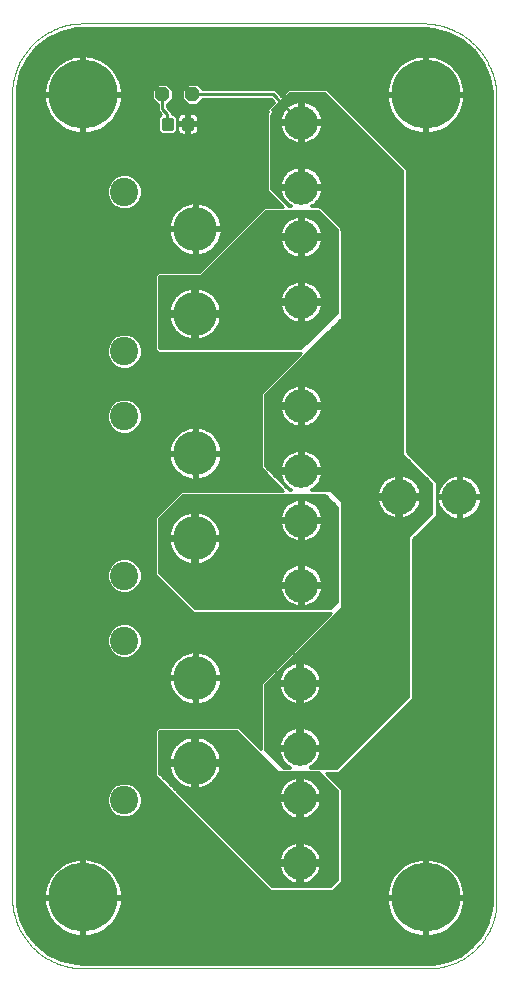
<source format=gtl>
G75*
%MOIN*%
%OFA0B0*%
%FSLAX25Y25*%
%IPPOS*%
%LPD*%
%AMOC8*
5,1,8,0,0,1.08239X$1,22.5*
%
%ADD10C,0.00000*%
%ADD11OC8,0.04800*%
%ADD12C,0.11220*%
%ADD13C,0.23000*%
%ADD14C,0.11811*%
%ADD15C,0.00984*%
%ADD16C,0.09449*%
%ADD17C,0.14630*%
%ADD18C,0.01200*%
%ADD19C,0.01000*%
%ADD20C,0.02578*%
D10*
X0001500Y0025122D02*
X0001500Y0292839D01*
X0001507Y0293410D01*
X0001528Y0293980D01*
X0001562Y0294550D01*
X0001610Y0295119D01*
X0001672Y0295686D01*
X0001748Y0296252D01*
X0001837Y0296816D01*
X0001940Y0297377D01*
X0002057Y0297936D01*
X0002186Y0298492D01*
X0002330Y0299045D01*
X0002486Y0299594D01*
X0002656Y0300139D01*
X0002839Y0300679D01*
X0003035Y0301215D01*
X0003244Y0301747D01*
X0003466Y0302273D01*
X0003700Y0302793D01*
X0003947Y0303308D01*
X0004206Y0303817D01*
X0004477Y0304319D01*
X0004761Y0304814D01*
X0005056Y0305303D01*
X0005363Y0305784D01*
X0005681Y0306258D01*
X0006011Y0306724D01*
X0006352Y0307181D01*
X0006705Y0307631D01*
X0007067Y0308071D01*
X0007441Y0308503D01*
X0007824Y0308926D01*
X0008218Y0309339D01*
X0008622Y0309743D01*
X0009035Y0310137D01*
X0009458Y0310520D01*
X0009890Y0310894D01*
X0010330Y0311256D01*
X0010780Y0311609D01*
X0011237Y0311950D01*
X0011703Y0312280D01*
X0012177Y0312598D01*
X0012658Y0312905D01*
X0013147Y0313200D01*
X0013642Y0313484D01*
X0014144Y0313755D01*
X0014653Y0314014D01*
X0015168Y0314261D01*
X0015688Y0314495D01*
X0016214Y0314717D01*
X0016746Y0314926D01*
X0017282Y0315122D01*
X0017822Y0315305D01*
X0018367Y0315475D01*
X0018916Y0315631D01*
X0019469Y0315775D01*
X0020025Y0315904D01*
X0020584Y0316021D01*
X0021145Y0316124D01*
X0021709Y0316213D01*
X0022275Y0316289D01*
X0022842Y0316351D01*
X0023411Y0316399D01*
X0023981Y0316433D01*
X0024551Y0316454D01*
X0025122Y0316461D01*
X0139295Y0316461D01*
X0139295Y0316460D02*
X0139890Y0316429D01*
X0140483Y0316384D01*
X0141075Y0316324D01*
X0141666Y0316250D01*
X0142254Y0316162D01*
X0142840Y0316060D01*
X0143424Y0315943D01*
X0144004Y0315813D01*
X0144582Y0315668D01*
X0145155Y0315510D01*
X0145725Y0315337D01*
X0146290Y0315151D01*
X0146851Y0314952D01*
X0147406Y0314739D01*
X0147957Y0314512D01*
X0148502Y0314273D01*
X0149040Y0314020D01*
X0149573Y0313754D01*
X0150099Y0313476D01*
X0150618Y0313184D01*
X0151129Y0312881D01*
X0151634Y0312565D01*
X0152130Y0312237D01*
X0152619Y0311897D01*
X0153099Y0311545D01*
X0153571Y0311182D01*
X0154033Y0310808D01*
X0154487Y0310423D01*
X0154930Y0310026D01*
X0155365Y0309619D01*
X0155789Y0309202D01*
X0156203Y0308775D01*
X0156607Y0308337D01*
X0157000Y0307891D01*
X0157382Y0307434D01*
X0157753Y0306969D01*
X0158112Y0306495D01*
X0158460Y0306012D01*
X0158796Y0305521D01*
X0159121Y0305022D01*
X0159433Y0304515D01*
X0159733Y0304001D01*
X0160020Y0303480D01*
X0160294Y0302952D01*
X0160556Y0302418D01*
X0160805Y0301877D01*
X0161041Y0301331D01*
X0161263Y0300779D01*
X0161472Y0300221D01*
X0161667Y0299659D01*
X0161849Y0299093D01*
X0162017Y0298522D01*
X0162171Y0297947D01*
X0162312Y0297369D01*
X0162438Y0296787D01*
X0162550Y0296203D01*
X0162648Y0295616D01*
X0162732Y0295026D01*
X0162801Y0294435D01*
X0162857Y0293843D01*
X0162897Y0293249D01*
X0162924Y0292655D01*
X0162936Y0292060D01*
X0162934Y0291465D01*
X0162917Y0290870D01*
X0162917Y0023154D01*
X0162918Y0023154D02*
X0162887Y0022607D01*
X0162844Y0022061D01*
X0162787Y0021517D01*
X0162717Y0020974D01*
X0162634Y0020432D01*
X0162538Y0019893D01*
X0162429Y0019357D01*
X0162307Y0018823D01*
X0162172Y0018292D01*
X0162024Y0017765D01*
X0161864Y0017241D01*
X0161691Y0016722D01*
X0161506Y0016207D01*
X0161308Y0015696D01*
X0161098Y0015190D01*
X0160875Y0014690D01*
X0160641Y0014195D01*
X0160395Y0013706D01*
X0160137Y0013223D01*
X0159867Y0012746D01*
X0159586Y0012276D01*
X0159294Y0011813D01*
X0158991Y0011357D01*
X0158676Y0010909D01*
X0158351Y0010468D01*
X0158016Y0010036D01*
X0157670Y0009611D01*
X0157314Y0009195D01*
X0156948Y0008788D01*
X0156572Y0008390D01*
X0156187Y0008001D01*
X0155792Y0007621D01*
X0155388Y0007251D01*
X0154976Y0006891D01*
X0154555Y0006541D01*
X0154125Y0006201D01*
X0153688Y0005872D01*
X0153243Y0005553D01*
X0152790Y0005245D01*
X0152330Y0004948D01*
X0151862Y0004663D01*
X0151388Y0004389D01*
X0150908Y0004126D01*
X0150421Y0003875D01*
X0149929Y0003636D01*
X0149430Y0003409D01*
X0148927Y0003194D01*
X0148418Y0002991D01*
X0147905Y0002800D01*
X0147387Y0002622D01*
X0146865Y0002457D01*
X0146339Y0002304D01*
X0145810Y0002164D01*
X0145277Y0002037D01*
X0144742Y0001923D01*
X0144204Y0001821D01*
X0143663Y0001733D01*
X0143121Y0001658D01*
X0142577Y0001596D01*
X0142032Y0001547D01*
X0141485Y0001511D01*
X0140938Y0001489D01*
X0140391Y0001479D01*
X0139843Y0001483D01*
X0139296Y0001500D01*
X0139295Y0001500D02*
X0025122Y0001500D01*
X0024551Y0001507D01*
X0023981Y0001528D01*
X0023411Y0001562D01*
X0022842Y0001610D01*
X0022275Y0001672D01*
X0021709Y0001748D01*
X0021145Y0001837D01*
X0020584Y0001940D01*
X0020025Y0002057D01*
X0019469Y0002186D01*
X0018916Y0002330D01*
X0018367Y0002486D01*
X0017822Y0002656D01*
X0017282Y0002839D01*
X0016746Y0003035D01*
X0016214Y0003244D01*
X0015688Y0003466D01*
X0015168Y0003700D01*
X0014653Y0003947D01*
X0014144Y0004206D01*
X0013642Y0004477D01*
X0013147Y0004761D01*
X0012658Y0005056D01*
X0012177Y0005363D01*
X0011703Y0005681D01*
X0011237Y0006011D01*
X0010780Y0006352D01*
X0010330Y0006705D01*
X0009890Y0007067D01*
X0009458Y0007441D01*
X0009035Y0007824D01*
X0008622Y0008218D01*
X0008218Y0008622D01*
X0007824Y0009035D01*
X0007441Y0009458D01*
X0007067Y0009890D01*
X0006705Y0010330D01*
X0006352Y0010780D01*
X0006011Y0011237D01*
X0005681Y0011703D01*
X0005363Y0012177D01*
X0005056Y0012658D01*
X0004761Y0013147D01*
X0004477Y0013642D01*
X0004206Y0014144D01*
X0003947Y0014653D01*
X0003700Y0015168D01*
X0003466Y0015688D01*
X0003244Y0016214D01*
X0003035Y0016746D01*
X0002839Y0017282D01*
X0002656Y0017822D01*
X0002486Y0018367D01*
X0002330Y0018916D01*
X0002186Y0019469D01*
X0002057Y0020025D01*
X0001940Y0020584D01*
X0001837Y0021145D01*
X0001748Y0021709D01*
X0001672Y0022275D01*
X0001610Y0022842D01*
X0001562Y0023411D01*
X0001528Y0023981D01*
X0001507Y0024551D01*
X0001500Y0025122D01*
D11*
X0051618Y0292839D03*
X0061618Y0292839D03*
D12*
X0097957Y0283390D03*
X0097957Y0261736D03*
X0097957Y0245201D03*
X0097957Y0223547D03*
X0097957Y0188902D03*
X0097957Y0167248D03*
X0097957Y0150713D03*
X0097957Y0129059D03*
X0097524Y0096421D03*
X0097524Y0074768D03*
X0097524Y0058232D03*
X0097524Y0036579D03*
D13*
X0139295Y0025122D03*
X0025122Y0025122D03*
X0025122Y0292839D03*
X0139295Y0292839D03*
D14*
X0130555Y0158626D03*
X0150555Y0158626D03*
D15*
X0061441Y0284669D02*
X0058489Y0284669D01*
X0061441Y0284669D02*
X0061441Y0281323D01*
X0058489Y0281323D01*
X0058489Y0284669D01*
X0058489Y0282258D02*
X0061441Y0282258D01*
X0061441Y0283193D02*
X0058489Y0283193D01*
X0058489Y0284128D02*
X0061441Y0284128D01*
X0054748Y0284669D02*
X0051796Y0284669D01*
X0054748Y0284669D02*
X0054748Y0281323D01*
X0051796Y0281323D01*
X0051796Y0284669D01*
X0051796Y0282258D02*
X0054748Y0282258D01*
X0054748Y0283193D02*
X0051796Y0283193D01*
X0051796Y0284128D02*
X0054748Y0284128D01*
D16*
X0038902Y0260358D03*
X0038902Y0207209D03*
X0038902Y0185555D03*
X0038902Y0132406D03*
X0038902Y0110752D03*
X0038902Y0057602D03*
D17*
X0062524Y0070004D03*
X0062524Y0098350D03*
X0062524Y0144807D03*
X0062524Y0173154D03*
X0062524Y0219610D03*
X0062524Y0247957D03*
D18*
X0069085Y0236408D02*
X0109768Y0236408D01*
X0109768Y0235210D02*
X0067887Y0235210D01*
X0066688Y0234011D02*
X0109768Y0234011D01*
X0109768Y0232813D02*
X0065490Y0232813D01*
X0064492Y0231815D02*
X0086146Y0253469D01*
X0103862Y0253469D01*
X0109768Y0247563D01*
X0109768Y0220004D01*
X0097957Y0208193D01*
X0050713Y0208193D01*
X0050713Y0231815D01*
X0064492Y0231815D01*
X0064267Y0228373D02*
X0063124Y0228523D01*
X0063124Y0220210D01*
X0071437Y0220210D01*
X0071286Y0221353D01*
X0070984Y0222482D01*
X0070536Y0223562D01*
X0069952Y0224574D01*
X0069241Y0225501D01*
X0068414Y0226327D01*
X0067487Y0227039D01*
X0066475Y0227623D01*
X0065395Y0228070D01*
X0064267Y0228373D01*
X0063124Y0228019D02*
X0061924Y0228019D01*
X0061924Y0228523D02*
X0060781Y0228373D01*
X0059652Y0228070D01*
X0058572Y0227623D01*
X0057560Y0227039D01*
X0056633Y0226327D01*
X0055807Y0225501D01*
X0055095Y0224574D01*
X0054511Y0223562D01*
X0054064Y0222482D01*
X0053761Y0221353D01*
X0053611Y0220210D01*
X0061924Y0220210D01*
X0061924Y0228523D01*
X0061924Y0226820D02*
X0063124Y0226820D01*
X0063124Y0225622D02*
X0061924Y0225622D01*
X0061924Y0224423D02*
X0063124Y0224423D01*
X0063124Y0223225D02*
X0061924Y0223225D01*
X0061924Y0222026D02*
X0063124Y0222026D01*
X0063124Y0220828D02*
X0061924Y0220828D01*
X0061924Y0220210D02*
X0063124Y0220210D01*
X0063124Y0219010D01*
X0071437Y0219010D01*
X0071286Y0217867D01*
X0070984Y0216738D01*
X0070536Y0215659D01*
X0069952Y0214647D01*
X0069241Y0213720D01*
X0068414Y0212893D01*
X0067487Y0212182D01*
X0066475Y0211597D01*
X0065395Y0211150D01*
X0064267Y0210848D01*
X0063124Y0210697D01*
X0063124Y0219010D01*
X0061924Y0219010D01*
X0061924Y0210697D01*
X0060781Y0210848D01*
X0059652Y0211150D01*
X0058572Y0211597D01*
X0057560Y0212182D01*
X0056633Y0212893D01*
X0055807Y0213720D01*
X0055095Y0214647D01*
X0054511Y0215659D01*
X0054064Y0216738D01*
X0053761Y0217867D01*
X0053611Y0219010D01*
X0061924Y0219010D01*
X0061924Y0220210D01*
X0061924Y0219629D02*
X0050713Y0219629D01*
X0050713Y0218431D02*
X0053687Y0218431D01*
X0053931Y0217232D02*
X0050713Y0217232D01*
X0050713Y0216034D02*
X0054356Y0216034D01*
X0054986Y0214835D02*
X0050713Y0214835D01*
X0050713Y0213637D02*
X0055890Y0213637D01*
X0057226Y0212438D02*
X0050713Y0212438D01*
X0050713Y0211239D02*
X0059436Y0211239D01*
X0061924Y0211239D02*
X0063124Y0211239D01*
X0063124Y0212438D02*
X0061924Y0212438D01*
X0061924Y0213637D02*
X0063124Y0213637D01*
X0063124Y0214835D02*
X0061924Y0214835D01*
X0061924Y0216034D02*
X0063124Y0216034D01*
X0063124Y0217232D02*
X0061924Y0217232D01*
X0061924Y0218431D02*
X0063124Y0218431D01*
X0063124Y0219629D02*
X0091893Y0219629D01*
X0091949Y0219533D02*
X0092524Y0218783D01*
X0093192Y0218115D01*
X0093942Y0217539D01*
X0094761Y0217067D01*
X0095634Y0216705D01*
X0096547Y0216460D01*
X0097357Y0216354D01*
X0097357Y0222947D01*
X0098557Y0222947D01*
X0098557Y0224147D01*
X0105150Y0224147D01*
X0105044Y0224957D01*
X0104799Y0225870D01*
X0104437Y0226743D01*
X0103965Y0227562D01*
X0103389Y0228311D01*
X0102721Y0228980D01*
X0101971Y0229555D01*
X0101153Y0230028D01*
X0100279Y0230389D01*
X0099366Y0230634D01*
X0098557Y0230741D01*
X0098557Y0224147D01*
X0097357Y0224147D01*
X0097357Y0222947D01*
X0090763Y0222947D01*
X0090870Y0222138D01*
X0091114Y0221225D01*
X0091476Y0220351D01*
X0091949Y0219533D01*
X0092877Y0218431D02*
X0071360Y0218431D01*
X0071116Y0217232D02*
X0094474Y0217232D01*
X0097357Y0217232D02*
X0098557Y0217232D01*
X0098557Y0216354D02*
X0099366Y0216460D01*
X0100279Y0216705D01*
X0101153Y0217067D01*
X0101971Y0217539D01*
X0102721Y0218115D01*
X0103389Y0218783D01*
X0103965Y0219533D01*
X0104437Y0220351D01*
X0104799Y0221225D01*
X0105044Y0222138D01*
X0105150Y0222947D01*
X0098557Y0222947D01*
X0098557Y0216354D01*
X0098557Y0218431D02*
X0097357Y0218431D01*
X0097357Y0219629D02*
X0098557Y0219629D01*
X0098557Y0220828D02*
X0097357Y0220828D01*
X0097357Y0222026D02*
X0098557Y0222026D01*
X0098557Y0223225D02*
X0109768Y0223225D01*
X0109768Y0224423D02*
X0105114Y0224423D01*
X0104865Y0225622D02*
X0109768Y0225622D01*
X0109768Y0226820D02*
X0104393Y0226820D01*
X0103614Y0228019D02*
X0109768Y0228019D01*
X0109768Y0229217D02*
X0102412Y0229217D01*
X0100182Y0230416D02*
X0109768Y0230416D01*
X0109768Y0231614D02*
X0050713Y0231614D01*
X0050713Y0230416D02*
X0095732Y0230416D01*
X0095634Y0230389D02*
X0094761Y0230028D01*
X0093942Y0229555D01*
X0093192Y0228980D01*
X0092524Y0228311D01*
X0091949Y0227562D01*
X0091476Y0226743D01*
X0091114Y0225870D01*
X0090870Y0224957D01*
X0090763Y0224147D01*
X0097357Y0224147D01*
X0097357Y0230741D01*
X0096547Y0230634D01*
X0095634Y0230389D01*
X0097357Y0230416D02*
X0098557Y0230416D01*
X0098557Y0229217D02*
X0097357Y0229217D01*
X0097357Y0228019D02*
X0098557Y0228019D01*
X0098557Y0226820D02*
X0097357Y0226820D01*
X0097357Y0225622D02*
X0098557Y0225622D01*
X0098557Y0224423D02*
X0097357Y0224423D01*
X0097357Y0223225D02*
X0070676Y0223225D01*
X0071106Y0222026D02*
X0090900Y0222026D01*
X0091279Y0220828D02*
X0071355Y0220828D01*
X0070039Y0224423D02*
X0090800Y0224423D01*
X0091048Y0225622D02*
X0069120Y0225622D01*
X0067772Y0226820D02*
X0091521Y0226820D01*
X0092299Y0228019D02*
X0065520Y0228019D01*
X0070284Y0237607D02*
X0109768Y0237607D01*
X0109768Y0238805D02*
X0101300Y0238805D01*
X0101153Y0238720D02*
X0101971Y0239193D01*
X0102721Y0239768D01*
X0103389Y0240437D01*
X0103965Y0241186D01*
X0104437Y0242005D01*
X0104799Y0242878D01*
X0105044Y0243791D01*
X0105150Y0244601D01*
X0098557Y0244601D01*
X0098557Y0245801D01*
X0105150Y0245801D01*
X0105044Y0246610D01*
X0104799Y0247523D01*
X0104437Y0248397D01*
X0103965Y0249215D01*
X0103389Y0249965D01*
X0102721Y0250633D01*
X0101971Y0251209D01*
X0101153Y0251681D01*
X0100279Y0252043D01*
X0099366Y0252288D01*
X0098557Y0252394D01*
X0098557Y0245801D01*
X0097357Y0245801D01*
X0097357Y0252394D01*
X0096547Y0252288D01*
X0095634Y0252043D01*
X0094761Y0251681D01*
X0093942Y0251209D01*
X0093192Y0250633D01*
X0092524Y0249965D01*
X0091949Y0249215D01*
X0091476Y0248397D01*
X0091114Y0247523D01*
X0090870Y0246610D01*
X0090763Y0245801D01*
X0097357Y0245801D01*
X0097357Y0244601D01*
X0098557Y0244601D01*
X0098557Y0238007D01*
X0099366Y0238114D01*
X0100279Y0238359D01*
X0101153Y0238720D01*
X0102956Y0240004D02*
X0109768Y0240004D01*
X0109768Y0241202D02*
X0103974Y0241202D01*
X0104601Y0242401D02*
X0109768Y0242401D01*
X0109768Y0243599D02*
X0104992Y0243599D01*
X0105124Y0245996D02*
X0109768Y0245996D01*
X0109768Y0244798D02*
X0098557Y0244798D01*
X0098557Y0245996D02*
X0097357Y0245996D01*
X0097357Y0244798D02*
X0077475Y0244798D01*
X0078673Y0245996D02*
X0090789Y0245996D01*
X0091026Y0247195D02*
X0079872Y0247195D01*
X0081070Y0248393D02*
X0091475Y0248393D01*
X0092238Y0249592D02*
X0082269Y0249592D01*
X0083468Y0250790D02*
X0093397Y0250790D01*
X0095503Y0251989D02*
X0084666Y0251989D01*
X0085865Y0253187D02*
X0104143Y0253187D01*
X0105342Y0251989D02*
X0100410Y0251989D01*
X0098557Y0251989D02*
X0097357Y0251989D01*
X0097357Y0250790D02*
X0098557Y0250790D01*
X0098557Y0249592D02*
X0097357Y0249592D01*
X0097357Y0248393D02*
X0098557Y0248393D01*
X0098557Y0247195D02*
X0097357Y0247195D01*
X0097357Y0244601D02*
X0090763Y0244601D01*
X0090870Y0243791D01*
X0091114Y0242878D01*
X0091476Y0242005D01*
X0091949Y0241186D01*
X0092524Y0240437D01*
X0093192Y0239768D01*
X0093942Y0239193D01*
X0094761Y0238720D01*
X0095634Y0238359D01*
X0096547Y0238114D01*
X0097357Y0238007D01*
X0097357Y0244601D01*
X0097357Y0243599D02*
X0098557Y0243599D01*
X0098557Y0242401D02*
X0097357Y0242401D01*
X0097357Y0241202D02*
X0098557Y0241202D01*
X0098557Y0240004D02*
X0097357Y0240004D01*
X0097357Y0238805D02*
X0098557Y0238805D01*
X0094614Y0238805D02*
X0071482Y0238805D01*
X0072681Y0240004D02*
X0092957Y0240004D01*
X0091940Y0241202D02*
X0073879Y0241202D01*
X0075078Y0242401D02*
X0091312Y0242401D01*
X0090921Y0243599D02*
X0076276Y0243599D01*
X0088114Y0261343D02*
X0088114Y0285382D01*
X0088256Y0285523D01*
X0088635Y0286438D01*
X0088635Y0287428D01*
X0088627Y0287446D01*
X0094020Y0292839D01*
X0105831Y0292839D01*
X0131421Y0267248D01*
X0131421Y0172760D01*
X0141264Y0162917D01*
X0141264Y0153075D01*
X0133390Y0145201D01*
X0133390Y0092051D01*
X0109768Y0068429D01*
X0100965Y0068429D01*
X0101538Y0068760D01*
X0102288Y0069335D01*
X0102956Y0070003D01*
X0103532Y0070753D01*
X0104004Y0071572D01*
X0104366Y0072445D01*
X0104610Y0073358D01*
X0104717Y0074168D01*
X0098124Y0074168D01*
X0098124Y0075368D01*
X0104717Y0075368D01*
X0104610Y0076177D01*
X0104366Y0077090D01*
X0104004Y0077964D01*
X0103532Y0078782D01*
X0102956Y0079532D01*
X0102288Y0080200D01*
X0101538Y0080776D01*
X0100719Y0081248D01*
X0099846Y0081610D01*
X0098933Y0081855D01*
X0098124Y0081961D01*
X0098124Y0075368D01*
X0096924Y0075368D01*
X0096924Y0081961D01*
X0096114Y0081855D01*
X0095201Y0081610D01*
X0094328Y0081248D01*
X0093509Y0080776D01*
X0092759Y0080200D01*
X0092091Y0079532D01*
X0091516Y0078782D01*
X0091043Y0077964D01*
X0090681Y0077090D01*
X0090437Y0076177D01*
X0090330Y0075368D01*
X0096924Y0075368D01*
X0096924Y0074168D01*
X0090330Y0074168D01*
X0090437Y0073358D01*
X0090681Y0072445D01*
X0091043Y0071572D01*
X0091516Y0070753D01*
X0092091Y0070003D01*
X0092759Y0069335D01*
X0093509Y0068760D01*
X0094082Y0068429D01*
X0092051Y0068429D01*
X0086146Y0074335D01*
X0086146Y0095988D01*
X0111736Y0121579D01*
X0111736Y0157012D01*
X0107799Y0160949D01*
X0101467Y0160949D01*
X0101971Y0161240D01*
X0102721Y0161815D01*
X0103389Y0162484D01*
X0103965Y0163234D01*
X0104437Y0164052D01*
X0104799Y0164925D01*
X0105044Y0165838D01*
X0105150Y0166648D01*
X0098557Y0166648D01*
X0098557Y0167848D01*
X0105150Y0167848D01*
X0105044Y0168658D01*
X0104799Y0169571D01*
X0104437Y0170444D01*
X0103965Y0171262D01*
X0103389Y0172012D01*
X0102721Y0172681D01*
X0101971Y0173256D01*
X0101153Y0173729D01*
X0100279Y0174090D01*
X0099366Y0174335D01*
X0098557Y0174441D01*
X0098557Y0167848D01*
X0097357Y0167848D01*
X0097357Y0174441D01*
X0096547Y0174335D01*
X0095634Y0174090D01*
X0094761Y0173729D01*
X0093942Y0173256D01*
X0093192Y0172681D01*
X0092524Y0172012D01*
X0091949Y0171262D01*
X0091476Y0170444D01*
X0091114Y0169571D01*
X0090870Y0168658D01*
X0090763Y0167848D01*
X0097357Y0167848D01*
X0097357Y0166648D01*
X0090763Y0166648D01*
X0090870Y0165838D01*
X0091114Y0164925D01*
X0091476Y0164052D01*
X0091949Y0163234D01*
X0092524Y0162484D01*
X0093192Y0161815D01*
X0093942Y0161240D01*
X0094447Y0160949D01*
X0094020Y0160949D01*
X0086146Y0168823D01*
X0086146Y0192445D01*
X0111736Y0218035D01*
X0111736Y0247563D01*
X0111568Y0247731D01*
X0111568Y0248309D01*
X0110513Y0249363D01*
X0104608Y0255268D01*
X0104031Y0255268D01*
X0103862Y0255437D01*
X0101467Y0255437D01*
X0101971Y0255728D01*
X0102721Y0256304D01*
X0103389Y0256972D01*
X0103965Y0257722D01*
X0104437Y0258540D01*
X0104799Y0259414D01*
X0105044Y0260327D01*
X0105150Y0261136D01*
X0098557Y0261136D01*
X0098557Y0262336D01*
X0105150Y0262336D01*
X0105044Y0263146D01*
X0104799Y0264059D01*
X0104437Y0264932D01*
X0103965Y0265751D01*
X0103389Y0266500D01*
X0102721Y0267169D01*
X0101971Y0267744D01*
X0101153Y0268217D01*
X0100279Y0268578D01*
X0099366Y0268823D01*
X0098557Y0268930D01*
X0098557Y0262336D01*
X0097357Y0262336D01*
X0097357Y0268930D01*
X0096547Y0268823D01*
X0095634Y0268578D01*
X0094761Y0268217D01*
X0093942Y0267744D01*
X0093192Y0267169D01*
X0092524Y0266500D01*
X0091949Y0265751D01*
X0091476Y0264932D01*
X0091114Y0264059D01*
X0090870Y0263146D01*
X0090763Y0262336D01*
X0097357Y0262336D01*
X0097357Y0261136D01*
X0090763Y0261136D01*
X0090870Y0260327D01*
X0091114Y0259414D01*
X0091476Y0258540D01*
X0091949Y0257722D01*
X0092524Y0256972D01*
X0093192Y0256304D01*
X0093942Y0255728D01*
X0094447Y0255437D01*
X0094020Y0255437D01*
X0088114Y0261343D01*
X0088114Y0261577D02*
X0097357Y0261577D01*
X0097357Y0262775D02*
X0098557Y0262775D01*
X0098557Y0261577D02*
X0131421Y0261577D01*
X0131421Y0262775D02*
X0105092Y0262775D01*
X0104822Y0263974D02*
X0131421Y0263974D01*
X0131421Y0265172D02*
X0104298Y0265172D01*
X0103489Y0266371D02*
X0131421Y0266371D01*
X0131100Y0267570D02*
X0102199Y0267570D01*
X0099572Y0268768D02*
X0129901Y0268768D01*
X0128703Y0269967D02*
X0088114Y0269967D01*
X0088114Y0271165D02*
X0127504Y0271165D01*
X0126306Y0272364D02*
X0088114Y0272364D01*
X0088114Y0273562D02*
X0125107Y0273562D01*
X0123909Y0274761D02*
X0088114Y0274761D01*
X0088114Y0275959D02*
X0122710Y0275959D01*
X0121512Y0277158D02*
X0101583Y0277158D01*
X0101971Y0277382D02*
X0102721Y0277957D01*
X0103389Y0278626D01*
X0103965Y0279375D01*
X0104437Y0280194D01*
X0104799Y0281067D01*
X0105044Y0281980D01*
X0105150Y0282790D01*
X0098557Y0282790D01*
X0098557Y0283990D01*
X0105150Y0283990D01*
X0105044Y0284799D01*
X0104799Y0285712D01*
X0104437Y0286586D01*
X0103965Y0287404D01*
X0103389Y0288154D01*
X0102721Y0288822D01*
X0101971Y0289398D01*
X0101153Y0289870D01*
X0100279Y0290232D01*
X0099366Y0290477D01*
X0098557Y0290583D01*
X0098557Y0283990D01*
X0097357Y0283990D01*
X0097357Y0290583D01*
X0096547Y0290477D01*
X0095634Y0290232D01*
X0094761Y0289870D01*
X0093942Y0289398D01*
X0093192Y0288822D01*
X0092524Y0288154D01*
X0091949Y0287404D01*
X0091476Y0286586D01*
X0091114Y0285712D01*
X0090870Y0284799D01*
X0090763Y0283990D01*
X0097357Y0283990D01*
X0097357Y0282790D01*
X0098557Y0282790D01*
X0098557Y0276196D01*
X0099366Y0276303D01*
X0100279Y0276548D01*
X0101153Y0276909D01*
X0101971Y0277382D01*
X0103120Y0278356D02*
X0120313Y0278356D01*
X0119115Y0279555D02*
X0104068Y0279555D01*
X0104669Y0280753D02*
X0117916Y0280753D01*
X0116718Y0281952D02*
X0105036Y0281952D01*
X0105103Y0284349D02*
X0114321Y0284349D01*
X0115519Y0283150D02*
X0098557Y0283150D01*
X0098557Y0281952D02*
X0097357Y0281952D01*
X0097357Y0282790D02*
X0097357Y0276196D01*
X0096547Y0276303D01*
X0095634Y0276548D01*
X0094761Y0276909D01*
X0093942Y0277382D01*
X0093192Y0277957D01*
X0092524Y0278626D01*
X0091949Y0279375D01*
X0091476Y0280194D01*
X0091114Y0281067D01*
X0090870Y0281980D01*
X0090763Y0282790D01*
X0097357Y0282790D01*
X0097357Y0283150D02*
X0088114Y0283150D01*
X0088114Y0281952D02*
X0090877Y0281952D01*
X0091245Y0280753D02*
X0088114Y0280753D01*
X0088114Y0279555D02*
X0091845Y0279555D01*
X0092794Y0278356D02*
X0088114Y0278356D01*
X0088114Y0277158D02*
X0094331Y0277158D01*
X0097357Y0277158D02*
X0098557Y0277158D01*
X0098557Y0278356D02*
X0097357Y0278356D01*
X0097357Y0279555D02*
X0098557Y0279555D01*
X0098557Y0280753D02*
X0097357Y0280753D01*
X0097357Y0284349D02*
X0098557Y0284349D01*
X0098557Y0285547D02*
X0097357Y0285547D01*
X0097357Y0286746D02*
X0098557Y0286746D01*
X0098557Y0287944D02*
X0097357Y0287944D01*
X0097357Y0289143D02*
X0098557Y0289143D01*
X0098557Y0290341D02*
X0097357Y0290341D01*
X0096042Y0290341D02*
X0091522Y0290341D01*
X0090324Y0289143D02*
X0093610Y0289143D01*
X0092363Y0287944D02*
X0089125Y0287944D01*
X0088635Y0286746D02*
X0091569Y0286746D01*
X0091070Y0285547D02*
X0088266Y0285547D01*
X0088114Y0284349D02*
X0090810Y0284349D01*
X0092721Y0291540D02*
X0107130Y0291540D01*
X0108328Y0290341D02*
X0099872Y0290341D01*
X0102303Y0289143D02*
X0109527Y0289143D01*
X0110725Y0287944D02*
X0103550Y0287944D01*
X0104345Y0286746D02*
X0111924Y0286746D01*
X0113122Y0285547D02*
X0104843Y0285547D01*
X0105931Y0292738D02*
X0093919Y0292738D01*
X0096342Y0268768D02*
X0088114Y0268768D01*
X0088114Y0267570D02*
X0093715Y0267570D01*
X0092425Y0266371D02*
X0088114Y0266371D01*
X0088114Y0265172D02*
X0091615Y0265172D01*
X0091092Y0263974D02*
X0088114Y0263974D01*
X0088114Y0262775D02*
X0090821Y0262775D01*
X0090863Y0260378D02*
X0089078Y0260378D01*
X0090277Y0259180D02*
X0091211Y0259180D01*
X0091475Y0257981D02*
X0091799Y0257981D01*
X0092674Y0256783D02*
X0092713Y0256783D01*
X0093872Y0255584D02*
X0094191Y0255584D01*
X0097357Y0263974D02*
X0098557Y0263974D01*
X0098557Y0265172D02*
X0097357Y0265172D01*
X0097357Y0266371D02*
X0098557Y0266371D01*
X0098557Y0267570D02*
X0097357Y0267570D01*
X0097357Y0268768D02*
X0098557Y0268768D01*
X0104702Y0259180D02*
X0131421Y0259180D01*
X0131421Y0260378D02*
X0105050Y0260378D01*
X0104115Y0257981D02*
X0131421Y0257981D01*
X0131421Y0256783D02*
X0103200Y0256783D01*
X0101722Y0255584D02*
X0131421Y0255584D01*
X0131421Y0254386D02*
X0105490Y0254386D01*
X0106689Y0253187D02*
X0131421Y0253187D01*
X0131421Y0251989D02*
X0107887Y0251989D01*
X0109086Y0250790D02*
X0131421Y0250790D01*
X0131421Y0249592D02*
X0110284Y0249592D01*
X0111483Y0248393D02*
X0131421Y0248393D01*
X0131421Y0247195D02*
X0111736Y0247195D01*
X0111736Y0245996D02*
X0131421Y0245996D01*
X0131421Y0244798D02*
X0111736Y0244798D01*
X0111736Y0243599D02*
X0131421Y0243599D01*
X0131421Y0242401D02*
X0111736Y0242401D01*
X0111736Y0241202D02*
X0131421Y0241202D01*
X0131421Y0240004D02*
X0111736Y0240004D01*
X0111736Y0238805D02*
X0131421Y0238805D01*
X0131421Y0237607D02*
X0111736Y0237607D01*
X0111736Y0236408D02*
X0131421Y0236408D01*
X0131421Y0235210D02*
X0111736Y0235210D01*
X0111736Y0234011D02*
X0131421Y0234011D01*
X0131421Y0232813D02*
X0111736Y0232813D01*
X0111736Y0231614D02*
X0131421Y0231614D01*
X0131421Y0230416D02*
X0111736Y0230416D01*
X0111736Y0229217D02*
X0131421Y0229217D01*
X0131421Y0228019D02*
X0111736Y0228019D01*
X0111736Y0226820D02*
X0131421Y0226820D01*
X0131421Y0225622D02*
X0111736Y0225622D01*
X0111736Y0224423D02*
X0131421Y0224423D01*
X0131421Y0223225D02*
X0111736Y0223225D01*
X0111736Y0222026D02*
X0131421Y0222026D01*
X0131421Y0220828D02*
X0111736Y0220828D01*
X0111736Y0219629D02*
X0131421Y0219629D01*
X0131421Y0218431D02*
X0111736Y0218431D01*
X0110933Y0217232D02*
X0131421Y0217232D01*
X0131421Y0216034D02*
X0109734Y0216034D01*
X0108536Y0214835D02*
X0131421Y0214835D01*
X0131421Y0213637D02*
X0107337Y0213637D01*
X0106139Y0212438D02*
X0131421Y0212438D01*
X0131421Y0211239D02*
X0104940Y0211239D01*
X0103742Y0210041D02*
X0131421Y0210041D01*
X0131421Y0208842D02*
X0102543Y0208842D01*
X0101345Y0207644D02*
X0131421Y0207644D01*
X0131421Y0206445D02*
X0100146Y0206445D01*
X0098948Y0205247D02*
X0131421Y0205247D01*
X0131421Y0204048D02*
X0097749Y0204048D01*
X0096551Y0202850D02*
X0131421Y0202850D01*
X0131421Y0201651D02*
X0095352Y0201651D01*
X0094154Y0200453D02*
X0131421Y0200453D01*
X0131421Y0199254D02*
X0092955Y0199254D01*
X0091757Y0198056D02*
X0131421Y0198056D01*
X0131421Y0196857D02*
X0090558Y0196857D01*
X0089360Y0195659D02*
X0095429Y0195659D01*
X0095634Y0195744D02*
X0094761Y0195382D01*
X0093942Y0194910D01*
X0093192Y0194334D01*
X0092524Y0193666D01*
X0091949Y0192916D01*
X0091476Y0192097D01*
X0091114Y0191224D01*
X0090870Y0190311D01*
X0090763Y0189502D01*
X0097357Y0189502D01*
X0097357Y0196095D01*
X0096547Y0195988D01*
X0095634Y0195744D01*
X0097357Y0195659D02*
X0098557Y0195659D01*
X0098557Y0196095D02*
X0098557Y0189502D01*
X0097357Y0189502D01*
X0097357Y0188302D01*
X0090763Y0188302D01*
X0090870Y0187492D01*
X0091114Y0186579D01*
X0091476Y0185706D01*
X0091949Y0184887D01*
X0092524Y0184137D01*
X0093192Y0183469D01*
X0093942Y0182894D01*
X0094761Y0182421D01*
X0095634Y0182059D01*
X0096547Y0181815D01*
X0097357Y0181708D01*
X0097357Y0188302D01*
X0098557Y0188302D01*
X0098557Y0189502D01*
X0105150Y0189502D01*
X0105044Y0190311D01*
X0104799Y0191224D01*
X0104437Y0192097D01*
X0103965Y0192916D01*
X0103389Y0193666D01*
X0102721Y0194334D01*
X0101971Y0194910D01*
X0101153Y0195382D01*
X0100279Y0195744D01*
X0099366Y0195988D01*
X0098557Y0196095D01*
X0098557Y0194460D02*
X0097357Y0194460D01*
X0097357Y0193262D02*
X0098557Y0193262D01*
X0098557Y0192063D02*
X0097357Y0192063D01*
X0097357Y0190865D02*
X0098557Y0190865D01*
X0098557Y0189666D02*
X0097357Y0189666D01*
X0097357Y0188468D02*
X0086146Y0188468D01*
X0086146Y0189666D02*
X0090785Y0189666D01*
X0091018Y0190865D02*
X0086146Y0190865D01*
X0086146Y0192063D02*
X0091462Y0192063D01*
X0092214Y0193262D02*
X0086963Y0193262D01*
X0088161Y0194460D02*
X0093357Y0194460D01*
X0090929Y0187269D02*
X0086146Y0187269D01*
X0086146Y0186071D02*
X0091325Y0186071D01*
X0091960Y0184872D02*
X0086146Y0184872D01*
X0086146Y0183674D02*
X0092988Y0183674D01*
X0094667Y0182475D02*
X0086146Y0182475D01*
X0086146Y0181277D02*
X0131421Y0181277D01*
X0131421Y0182475D02*
X0101246Y0182475D01*
X0101153Y0182421D02*
X0101971Y0182894D01*
X0102721Y0183469D01*
X0103389Y0184137D01*
X0103965Y0184887D01*
X0104437Y0185706D01*
X0104799Y0186579D01*
X0105044Y0187492D01*
X0105150Y0188302D01*
X0098557Y0188302D01*
X0098557Y0181708D01*
X0099366Y0181815D01*
X0100279Y0182059D01*
X0101153Y0182421D01*
X0102926Y0183674D02*
X0131421Y0183674D01*
X0131421Y0184872D02*
X0103953Y0184872D01*
X0104588Y0186071D02*
X0131421Y0186071D01*
X0131421Y0187269D02*
X0104984Y0187269D01*
X0105128Y0189666D02*
X0131421Y0189666D01*
X0131421Y0188468D02*
X0098557Y0188468D01*
X0098557Y0187269D02*
X0097357Y0187269D01*
X0097357Y0186071D02*
X0098557Y0186071D01*
X0098557Y0184872D02*
X0097357Y0184872D01*
X0097357Y0183674D02*
X0098557Y0183674D01*
X0098557Y0182475D02*
X0097357Y0182475D01*
X0097357Y0174086D02*
X0098557Y0174086D01*
X0098557Y0172887D02*
X0097357Y0172887D01*
X0097357Y0171689D02*
X0098557Y0171689D01*
X0098557Y0170490D02*
X0097357Y0170490D01*
X0097357Y0169292D02*
X0098557Y0169292D01*
X0098557Y0168093D02*
X0097357Y0168093D01*
X0097357Y0166895D02*
X0088074Y0166895D01*
X0086875Y0168093D02*
X0090795Y0168093D01*
X0091040Y0169292D02*
X0086146Y0169292D01*
X0086146Y0170490D02*
X0091503Y0170490D01*
X0092276Y0171689D02*
X0086146Y0171689D01*
X0086146Y0172887D02*
X0093462Y0172887D01*
X0095623Y0174086D02*
X0086146Y0174086D01*
X0086146Y0175284D02*
X0131421Y0175284D01*
X0131421Y0174086D02*
X0100290Y0174086D01*
X0102452Y0172887D02*
X0131421Y0172887D01*
X0132492Y0171689D02*
X0103638Y0171689D01*
X0104411Y0170490D02*
X0133691Y0170490D01*
X0134890Y0169292D02*
X0104874Y0169292D01*
X0105118Y0168093D02*
X0136088Y0168093D01*
X0137287Y0166895D02*
X0098557Y0166895D01*
X0103006Y0162101D02*
X0123895Y0162101D01*
X0123809Y0161953D02*
X0123433Y0161044D01*
X0123178Y0160093D01*
X0123064Y0159226D01*
X0129955Y0159226D01*
X0129955Y0158026D01*
X0123064Y0158026D01*
X0123178Y0157159D01*
X0123433Y0156208D01*
X0123809Y0155299D01*
X0124301Y0154447D01*
X0124900Y0153667D01*
X0125596Y0152971D01*
X0126376Y0152372D01*
X0127228Y0151880D01*
X0128137Y0151504D01*
X0129088Y0151249D01*
X0129955Y0151135D01*
X0129955Y0158026D01*
X0131155Y0158026D01*
X0131155Y0151135D01*
X0132023Y0151249D01*
X0132973Y0151504D01*
X0133882Y0151880D01*
X0134734Y0152372D01*
X0135514Y0152971D01*
X0136210Y0153667D01*
X0136809Y0154447D01*
X0137301Y0155299D01*
X0137678Y0156208D01*
X0137932Y0157159D01*
X0138046Y0158026D01*
X0131155Y0158026D01*
X0131155Y0159226D01*
X0129955Y0159226D01*
X0129955Y0166117D01*
X0129088Y0166003D01*
X0128137Y0165748D01*
X0127228Y0165372D01*
X0126376Y0164880D01*
X0125596Y0164281D01*
X0124900Y0163585D01*
X0124301Y0162805D01*
X0123809Y0161953D01*
X0123395Y0160902D02*
X0107846Y0160902D01*
X0109045Y0159703D02*
X0123127Y0159703D01*
X0123159Y0157306D02*
X0111442Y0157306D01*
X0111736Y0156108D02*
X0123474Y0156108D01*
X0124034Y0154909D02*
X0111736Y0154909D01*
X0111736Y0153711D02*
X0124866Y0153711D01*
X0126193Y0152512D02*
X0111736Y0152512D01*
X0111736Y0151314D02*
X0128845Y0151314D01*
X0129955Y0151314D02*
X0131155Y0151314D01*
X0132265Y0151314D02*
X0139503Y0151314D01*
X0140701Y0152512D02*
X0134917Y0152512D01*
X0136244Y0153711D02*
X0141264Y0153711D01*
X0141264Y0154909D02*
X0137076Y0154909D01*
X0137636Y0156108D02*
X0141264Y0156108D01*
X0141264Y0157306D02*
X0137952Y0157306D01*
X0138046Y0159226D02*
X0137932Y0160093D01*
X0137678Y0161044D01*
X0137301Y0161953D01*
X0136809Y0162805D01*
X0136210Y0163585D01*
X0135514Y0164281D01*
X0134734Y0164880D01*
X0133882Y0165372D01*
X0132973Y0165748D01*
X0132023Y0166003D01*
X0131155Y0166117D01*
X0131155Y0159226D01*
X0138046Y0159226D01*
X0137984Y0159703D02*
X0141264Y0159703D01*
X0141264Y0158505D02*
X0131155Y0158505D01*
X0131155Y0159703D02*
X0129955Y0159703D01*
X0129955Y0158505D02*
X0110243Y0158505D01*
X0108703Y0156108D02*
X0102758Y0156108D01*
X0102721Y0156145D02*
X0101971Y0156721D01*
X0101153Y0157193D01*
X0100279Y0157555D01*
X0099366Y0157799D01*
X0098557Y0157906D01*
X0098557Y0151313D01*
X0097357Y0151313D01*
X0097357Y0157906D01*
X0096547Y0157799D01*
X0095634Y0157555D01*
X0094761Y0157193D01*
X0093942Y0156721D01*
X0093192Y0156145D01*
X0092524Y0155477D01*
X0091949Y0154727D01*
X0091476Y0153908D01*
X0091114Y0153035D01*
X0090870Y0152122D01*
X0090763Y0151313D01*
X0097357Y0151313D01*
X0097357Y0150113D01*
X0090763Y0150113D01*
X0090870Y0149303D01*
X0091114Y0148390D01*
X0091476Y0147517D01*
X0091949Y0146698D01*
X0092524Y0145948D01*
X0093192Y0145280D01*
X0093942Y0144705D01*
X0094761Y0144232D01*
X0095634Y0143870D01*
X0096547Y0143626D01*
X0097357Y0143519D01*
X0097357Y0150113D01*
X0098557Y0150113D01*
X0098557Y0151313D01*
X0105150Y0151313D01*
X0105044Y0152122D01*
X0104799Y0153035D01*
X0104437Y0153908D01*
X0103965Y0154727D01*
X0103389Y0155477D01*
X0102721Y0156145D01*
X0103825Y0154909D02*
X0109768Y0154909D01*
X0109768Y0155043D02*
X0109768Y0123547D01*
X0107799Y0121579D01*
X0062524Y0121579D01*
X0050713Y0133390D01*
X0050713Y0151106D01*
X0058587Y0158980D01*
X0105831Y0158980D01*
X0109768Y0155043D01*
X0109768Y0153711D02*
X0104519Y0153711D01*
X0104939Y0152512D02*
X0109768Y0152512D01*
X0109768Y0151314D02*
X0105150Y0151314D01*
X0105150Y0150113D02*
X0098557Y0150113D01*
X0098557Y0143519D01*
X0099366Y0143626D01*
X0100279Y0143870D01*
X0101153Y0144232D01*
X0101971Y0144705D01*
X0102721Y0145280D01*
X0103389Y0145948D01*
X0103965Y0146698D01*
X0104437Y0147517D01*
X0104799Y0148390D01*
X0105044Y0149303D01*
X0105150Y0150113D01*
X0104940Y0148917D02*
X0109768Y0148917D01*
X0109768Y0150115D02*
X0098557Y0150115D01*
X0098557Y0148917D02*
X0097357Y0148917D01*
X0097357Y0150115D02*
X0069687Y0150115D01*
X0069952Y0149771D02*
X0069241Y0150698D01*
X0068414Y0151524D01*
X0067487Y0152235D01*
X0066475Y0152820D01*
X0065395Y0153267D01*
X0064267Y0153570D01*
X0063124Y0153720D01*
X0063124Y0145407D01*
X0071437Y0145407D01*
X0071286Y0146550D01*
X0070984Y0147679D01*
X0070536Y0148759D01*
X0069952Y0149771D01*
X0070445Y0148917D02*
X0090973Y0148917D01*
X0091393Y0147718D02*
X0070967Y0147718D01*
X0071290Y0146520D02*
X0092086Y0146520D01*
X0093151Y0145321D02*
X0063124Y0145321D01*
X0063124Y0145407D02*
X0063124Y0144207D01*
X0071437Y0144207D01*
X0071286Y0143064D01*
X0070984Y0141935D01*
X0070536Y0140856D01*
X0069952Y0139844D01*
X0069241Y0138916D01*
X0068414Y0138090D01*
X0067487Y0137379D01*
X0066475Y0136794D01*
X0065395Y0136347D01*
X0064267Y0136045D01*
X0063124Y0135894D01*
X0063124Y0144207D01*
X0061924Y0144207D01*
X0061924Y0135894D01*
X0060781Y0136045D01*
X0059652Y0136347D01*
X0058572Y0136794D01*
X0057560Y0137379D01*
X0056633Y0138090D01*
X0055807Y0138916D01*
X0055095Y0139844D01*
X0054511Y0140856D01*
X0054064Y0141935D01*
X0053761Y0143064D01*
X0053611Y0144207D01*
X0061924Y0144207D01*
X0061924Y0145407D01*
X0061924Y0153720D01*
X0060781Y0153570D01*
X0059652Y0153267D01*
X0058572Y0152820D01*
X0057560Y0152235D01*
X0056633Y0151524D01*
X0055807Y0150698D01*
X0055095Y0149771D01*
X0054511Y0148759D01*
X0054064Y0147679D01*
X0053761Y0146550D01*
X0053611Y0145407D01*
X0061924Y0145407D01*
X0063124Y0145407D01*
X0063124Y0146520D02*
X0061924Y0146520D01*
X0061924Y0147718D02*
X0063124Y0147718D01*
X0063124Y0148917D02*
X0061924Y0148917D01*
X0061924Y0150115D02*
X0063124Y0150115D01*
X0063124Y0151314D02*
X0061924Y0151314D01*
X0061924Y0152512D02*
X0063124Y0152512D01*
X0063124Y0153711D02*
X0061924Y0153711D01*
X0061855Y0153711D02*
X0053317Y0153711D01*
X0052119Y0152512D02*
X0058040Y0152512D01*
X0056423Y0151314D02*
X0050920Y0151314D01*
X0050713Y0150115D02*
X0055360Y0150115D01*
X0054602Y0148917D02*
X0050713Y0148917D01*
X0050713Y0147718D02*
X0054080Y0147718D01*
X0053757Y0146520D02*
X0050713Y0146520D01*
X0050713Y0145321D02*
X0061924Y0145321D01*
X0061924Y0144123D02*
X0063124Y0144123D01*
X0063124Y0142924D02*
X0061924Y0142924D01*
X0061924Y0141726D02*
X0063124Y0141726D01*
X0063124Y0140527D02*
X0061924Y0140527D01*
X0061924Y0139329D02*
X0063124Y0139329D01*
X0063124Y0138130D02*
X0061924Y0138130D01*
X0061924Y0136932D02*
X0063124Y0136932D01*
X0058334Y0136932D02*
X0050713Y0136932D01*
X0050713Y0138130D02*
X0056593Y0138130D01*
X0055490Y0139329D02*
X0050713Y0139329D01*
X0050713Y0140527D02*
X0054700Y0140527D01*
X0054150Y0141726D02*
X0050713Y0141726D01*
X0050713Y0142924D02*
X0053799Y0142924D01*
X0053622Y0144123D02*
X0050713Y0144123D01*
X0050713Y0135733D02*
X0095228Y0135733D01*
X0095634Y0135901D02*
X0094761Y0135540D01*
X0093942Y0135067D01*
X0093192Y0134492D01*
X0092524Y0133823D01*
X0091949Y0133073D01*
X0091476Y0132255D01*
X0091114Y0131382D01*
X0090870Y0130469D01*
X0090763Y0129659D01*
X0097357Y0129659D01*
X0097357Y0136252D01*
X0096547Y0136146D01*
X0095634Y0135901D01*
X0097357Y0135733D02*
X0098557Y0135733D01*
X0098557Y0136252D02*
X0098557Y0129659D01*
X0105150Y0129659D01*
X0105044Y0130469D01*
X0104799Y0131382D01*
X0104437Y0132255D01*
X0103965Y0133073D01*
X0103389Y0133823D01*
X0102721Y0134492D01*
X0101971Y0135067D01*
X0101153Y0135540D01*
X0100279Y0135901D01*
X0099366Y0136146D01*
X0098557Y0136252D01*
X0098557Y0134535D02*
X0097357Y0134535D01*
X0097357Y0133336D02*
X0098557Y0133336D01*
X0098557Y0132138D02*
X0097357Y0132138D01*
X0097357Y0130939D02*
X0098557Y0130939D01*
X0098557Y0129741D02*
X0097357Y0129741D01*
X0097357Y0129659D02*
X0098557Y0129659D01*
X0098557Y0128459D01*
X0105150Y0128459D01*
X0105044Y0127649D01*
X0104799Y0126736D01*
X0104437Y0125863D01*
X0103965Y0125045D01*
X0103389Y0124295D01*
X0102721Y0123626D01*
X0101971Y0123051D01*
X0101153Y0122579D01*
X0100279Y0122217D01*
X0099366Y0121972D01*
X0098557Y0121866D01*
X0098557Y0128459D01*
X0097357Y0128459D01*
X0097357Y0121866D01*
X0096547Y0121972D01*
X0095634Y0122217D01*
X0094761Y0122579D01*
X0093942Y0123051D01*
X0093192Y0123626D01*
X0092524Y0124295D01*
X0091949Y0125045D01*
X0091476Y0125863D01*
X0091114Y0126736D01*
X0090870Y0127649D01*
X0090763Y0128459D01*
X0097357Y0128459D01*
X0097357Y0129659D01*
X0097357Y0128542D02*
X0055560Y0128542D01*
X0056759Y0127344D02*
X0090952Y0127344D01*
X0091359Y0126145D02*
X0057957Y0126145D01*
X0059156Y0124947D02*
X0092024Y0124947D01*
X0093071Y0123748D02*
X0060354Y0123748D01*
X0061553Y0122550D02*
X0094831Y0122550D01*
X0097357Y0122550D02*
X0098557Y0122550D01*
X0098557Y0123748D02*
X0097357Y0123748D01*
X0097357Y0124947D02*
X0098557Y0124947D01*
X0098557Y0126145D02*
X0097357Y0126145D01*
X0097357Y0127344D02*
X0098557Y0127344D01*
X0098557Y0128542D02*
X0109768Y0128542D01*
X0109768Y0127344D02*
X0104962Y0127344D01*
X0104554Y0126145D02*
X0109768Y0126145D01*
X0109768Y0124947D02*
X0103889Y0124947D01*
X0102843Y0123748D02*
X0109768Y0123748D01*
X0108770Y0122550D02*
X0101083Y0122550D01*
X0105139Y0129741D02*
X0109768Y0129741D01*
X0109768Y0130939D02*
X0104917Y0130939D01*
X0104486Y0132138D02*
X0109768Y0132138D01*
X0109768Y0133336D02*
X0103763Y0133336D01*
X0102665Y0134535D02*
X0109768Y0134535D01*
X0109768Y0135733D02*
X0100685Y0135733D01*
X0100889Y0144123D02*
X0109768Y0144123D01*
X0109768Y0145321D02*
X0102762Y0145321D01*
X0103828Y0146520D02*
X0109768Y0146520D01*
X0109768Y0147718D02*
X0104521Y0147718D01*
X0098557Y0147718D02*
X0097357Y0147718D01*
X0097357Y0146520D02*
X0098557Y0146520D01*
X0098557Y0145321D02*
X0097357Y0145321D01*
X0097357Y0144123D02*
X0098557Y0144123D01*
X0095024Y0144123D02*
X0071425Y0144123D01*
X0071249Y0142924D02*
X0109768Y0142924D01*
X0109768Y0141726D02*
X0070897Y0141726D01*
X0070347Y0140527D02*
X0109768Y0140527D01*
X0109768Y0139329D02*
X0069557Y0139329D01*
X0068454Y0138130D02*
X0109768Y0138130D01*
X0109768Y0136932D02*
X0066713Y0136932D01*
X0068624Y0151314D02*
X0090763Y0151314D01*
X0090974Y0152512D02*
X0067007Y0152512D01*
X0063192Y0153711D02*
X0091394Y0153711D01*
X0092089Y0154909D02*
X0054516Y0154909D01*
X0055714Y0156108D02*
X0093155Y0156108D01*
X0092907Y0162101D02*
X0092868Y0162101D01*
X0091911Y0163299D02*
X0091669Y0163299D01*
X0091292Y0164498D02*
X0090471Y0164498D01*
X0090908Y0165696D02*
X0089272Y0165696D01*
X0086146Y0176483D02*
X0131421Y0176483D01*
X0131421Y0177681D02*
X0086146Y0177681D01*
X0086146Y0178880D02*
X0131421Y0178880D01*
X0131421Y0180078D02*
X0086146Y0180078D01*
X0095034Y0157306D02*
X0056913Y0157306D01*
X0058111Y0158505D02*
X0106306Y0158505D01*
X0107505Y0157306D02*
X0100879Y0157306D01*
X0098557Y0157306D02*
X0097357Y0157306D01*
X0097357Y0156108D02*
X0098557Y0156108D01*
X0098557Y0154909D02*
X0097357Y0154909D01*
X0097357Y0153711D02*
X0098557Y0153711D01*
X0098557Y0152512D02*
X0097357Y0152512D01*
X0097357Y0151314D02*
X0098557Y0151314D01*
X0104002Y0163299D02*
X0124680Y0163299D01*
X0125878Y0164498D02*
X0104622Y0164498D01*
X0105005Y0165696D02*
X0128011Y0165696D01*
X0129955Y0165696D02*
X0131155Y0165696D01*
X0131155Y0164498D02*
X0129955Y0164498D01*
X0129955Y0163299D02*
X0131155Y0163299D01*
X0131155Y0162101D02*
X0129955Y0162101D01*
X0129955Y0160902D02*
X0131155Y0160902D01*
X0131155Y0157306D02*
X0129955Y0157306D01*
X0129955Y0156108D02*
X0131155Y0156108D01*
X0131155Y0154909D02*
X0129955Y0154909D01*
X0129955Y0153711D02*
X0131155Y0153711D01*
X0131155Y0152512D02*
X0129955Y0152512D01*
X0134709Y0146520D02*
X0111736Y0146520D01*
X0111736Y0147718D02*
X0135907Y0147718D01*
X0137106Y0148917D02*
X0111736Y0148917D01*
X0111736Y0150115D02*
X0138304Y0150115D01*
X0133510Y0145321D02*
X0111736Y0145321D01*
X0111736Y0144123D02*
X0133390Y0144123D01*
X0133390Y0142924D02*
X0111736Y0142924D01*
X0111736Y0141726D02*
X0133390Y0141726D01*
X0133390Y0140527D02*
X0111736Y0140527D01*
X0111736Y0139329D02*
X0133390Y0139329D01*
X0133390Y0138130D02*
X0111736Y0138130D01*
X0111736Y0136932D02*
X0133390Y0136932D01*
X0133390Y0135733D02*
X0111736Y0135733D01*
X0111736Y0134535D02*
X0133390Y0134535D01*
X0133390Y0133336D02*
X0111736Y0133336D01*
X0111736Y0132138D02*
X0133390Y0132138D01*
X0133390Y0130939D02*
X0111736Y0130939D01*
X0111736Y0129741D02*
X0133390Y0129741D01*
X0133390Y0128542D02*
X0111736Y0128542D01*
X0111736Y0127344D02*
X0133390Y0127344D01*
X0133390Y0126145D02*
X0111736Y0126145D01*
X0111736Y0124947D02*
X0133390Y0124947D01*
X0133390Y0123748D02*
X0111736Y0123748D01*
X0111736Y0122550D02*
X0133390Y0122550D01*
X0133390Y0121351D02*
X0111509Y0121351D01*
X0110310Y0120153D02*
X0133390Y0120153D01*
X0133390Y0118954D02*
X0109112Y0118954D01*
X0107913Y0117756D02*
X0133390Y0117756D01*
X0133390Y0116557D02*
X0106715Y0116557D01*
X0105516Y0115359D02*
X0133390Y0115359D01*
X0133390Y0114160D02*
X0104318Y0114160D01*
X0103119Y0112962D02*
X0133390Y0112962D01*
X0133390Y0111763D02*
X0101921Y0111763D01*
X0100722Y0110565D02*
X0133390Y0110565D01*
X0133390Y0109366D02*
X0099523Y0109366D01*
X0098325Y0108168D02*
X0133390Y0108168D01*
X0133390Y0106969D02*
X0097126Y0106969D01*
X0095928Y0105770D02*
X0133390Y0105770D01*
X0133390Y0104572D02*
X0094729Y0104572D01*
X0095201Y0103263D02*
X0094328Y0102902D01*
X0093509Y0102429D01*
X0092759Y0101854D01*
X0092091Y0101185D01*
X0091516Y0100436D01*
X0091043Y0099617D01*
X0090681Y0098744D01*
X0090437Y0097831D01*
X0090330Y0097021D01*
X0096924Y0097021D01*
X0096924Y0103615D01*
X0096114Y0103508D01*
X0095201Y0103263D01*
X0095611Y0103373D02*
X0093531Y0103373D01*
X0093178Y0102175D02*
X0092332Y0102175D01*
X0091931Y0100976D02*
X0091134Y0100976D01*
X0091136Y0099778D02*
X0089935Y0099778D01*
X0090637Y0098579D02*
X0088737Y0098579D01*
X0087538Y0097381D02*
X0090378Y0097381D01*
X0090330Y0095821D02*
X0090437Y0095012D01*
X0090681Y0094099D01*
X0091043Y0093225D01*
X0091516Y0092407D01*
X0092091Y0091657D01*
X0092759Y0090989D01*
X0093509Y0090413D01*
X0094328Y0089941D01*
X0095201Y0089579D01*
X0096114Y0089334D01*
X0096924Y0089228D01*
X0096924Y0095821D01*
X0098124Y0095821D01*
X0098124Y0097021D01*
X0104717Y0097021D01*
X0104610Y0097831D01*
X0104366Y0098744D01*
X0104004Y0099617D01*
X0103532Y0100436D01*
X0102956Y0101185D01*
X0102288Y0101854D01*
X0101538Y0102429D01*
X0100719Y0102902D01*
X0099846Y0103263D01*
X0098933Y0103508D01*
X0098124Y0103615D01*
X0098124Y0097021D01*
X0096924Y0097021D01*
X0096924Y0095821D01*
X0090330Y0095821D01*
X0090444Y0094984D02*
X0086146Y0094984D01*
X0086146Y0093785D02*
X0090811Y0093785D01*
X0091412Y0092587D02*
X0086146Y0092587D01*
X0086146Y0091388D02*
X0092360Y0091388D01*
X0093896Y0090190D02*
X0086146Y0090190D01*
X0086146Y0088991D02*
X0130330Y0088991D01*
X0129131Y0087793D02*
X0086146Y0087793D01*
X0086146Y0086594D02*
X0127933Y0086594D01*
X0126734Y0085396D02*
X0086146Y0085396D01*
X0086146Y0084197D02*
X0125536Y0084197D01*
X0124337Y0082999D02*
X0086146Y0082999D01*
X0086146Y0081800D02*
X0095911Y0081800D01*
X0096924Y0081800D02*
X0098124Y0081800D01*
X0099136Y0081800D02*
X0123139Y0081800D01*
X0121940Y0080602D02*
X0101765Y0080602D01*
X0103055Y0079403D02*
X0120742Y0079403D01*
X0119543Y0078205D02*
X0103865Y0078205D01*
X0104388Y0077006D02*
X0118345Y0077006D01*
X0117146Y0075808D02*
X0104659Y0075808D01*
X0104617Y0073411D02*
X0114749Y0073411D01*
X0115948Y0074609D02*
X0098124Y0074609D01*
X0098124Y0075808D02*
X0096924Y0075808D01*
X0096924Y0077006D02*
X0098124Y0077006D01*
X0098124Y0078205D02*
X0096924Y0078205D01*
X0096924Y0079403D02*
X0098124Y0079403D01*
X0098124Y0080602D02*
X0096924Y0080602D01*
X0093283Y0080602D02*
X0086146Y0080602D01*
X0086146Y0079403D02*
X0091992Y0079403D01*
X0091182Y0078205D02*
X0086146Y0078205D01*
X0086146Y0077006D02*
X0090659Y0077006D01*
X0090388Y0075808D02*
X0086146Y0075808D01*
X0086146Y0074609D02*
X0096924Y0074609D01*
X0093757Y0068617D02*
X0091864Y0068617D01*
X0092279Y0069815D02*
X0090665Y0069815D01*
X0091365Y0071014D02*
X0089467Y0071014D01*
X0088268Y0072212D02*
X0090778Y0072212D01*
X0090430Y0073411D02*
X0087070Y0073411D01*
X0085530Y0071014D02*
X0071383Y0071014D01*
X0071437Y0070604D02*
X0071286Y0071747D01*
X0070984Y0072876D01*
X0070536Y0073955D01*
X0069952Y0074967D01*
X0069241Y0075895D01*
X0068414Y0076721D01*
X0067487Y0077432D01*
X0066475Y0078017D01*
X0065395Y0078464D01*
X0064267Y0078766D01*
X0063124Y0078917D01*
X0063124Y0070604D01*
X0071437Y0070604D01*
X0071437Y0069404D02*
X0063124Y0069404D01*
X0063124Y0070604D01*
X0061924Y0070604D01*
X0061924Y0078917D01*
X0060781Y0078766D01*
X0059652Y0078464D01*
X0058572Y0078017D01*
X0057560Y0077432D01*
X0056633Y0076721D01*
X0055807Y0075895D01*
X0055095Y0074967D01*
X0054511Y0073955D01*
X0054064Y0072876D01*
X0053761Y0071747D01*
X0053611Y0070604D01*
X0061924Y0070604D01*
X0061924Y0069404D01*
X0063124Y0069404D01*
X0063124Y0061091D01*
X0064267Y0061242D01*
X0065395Y0061544D01*
X0066475Y0061991D01*
X0067487Y0062576D01*
X0068414Y0063287D01*
X0069241Y0064113D01*
X0069952Y0065040D01*
X0070536Y0066052D01*
X0070984Y0067132D01*
X0071286Y0068261D01*
X0071437Y0069404D01*
X0071333Y0068617D02*
X0087927Y0068617D01*
X0086728Y0069815D02*
X0063124Y0069815D01*
X0063124Y0068617D02*
X0061924Y0068617D01*
X0061924Y0069404D02*
X0061924Y0061091D01*
X0060781Y0061242D01*
X0059652Y0061544D01*
X0058572Y0061991D01*
X0057560Y0062576D01*
X0056633Y0063287D01*
X0055807Y0064113D01*
X0055095Y0065040D01*
X0054511Y0066052D01*
X0054064Y0067132D01*
X0053761Y0068261D01*
X0053611Y0069404D01*
X0061924Y0069404D01*
X0061924Y0069815D02*
X0050713Y0069815D01*
X0050713Y0068617D02*
X0053714Y0068617D01*
X0053987Y0067418D02*
X0050713Y0067418D01*
X0050713Y0066461D02*
X0050713Y0080240D01*
X0076303Y0080240D01*
X0090083Y0066461D01*
X0103862Y0066461D01*
X0109768Y0060555D01*
X0109768Y0031028D01*
X0107799Y0029059D01*
X0088114Y0029059D01*
X0050713Y0066461D01*
X0050954Y0066220D02*
X0054442Y0066220D01*
X0055110Y0065021D02*
X0052152Y0065021D01*
X0053351Y0063823D02*
X0056097Y0063823D01*
X0057497Y0062624D02*
X0054549Y0062624D01*
X0055748Y0061426D02*
X0060094Y0061426D01*
X0061924Y0061426D02*
X0063124Y0061426D01*
X0063124Y0062624D02*
X0061924Y0062624D01*
X0061924Y0063823D02*
X0063124Y0063823D01*
X0063124Y0065021D02*
X0061924Y0065021D01*
X0061924Y0066220D02*
X0063124Y0066220D01*
X0063124Y0067418D02*
X0061924Y0067418D01*
X0061924Y0071014D02*
X0063124Y0071014D01*
X0063124Y0072212D02*
X0061924Y0072212D01*
X0061924Y0073411D02*
X0063124Y0073411D01*
X0063124Y0074609D02*
X0061924Y0074609D01*
X0061924Y0075808D02*
X0063124Y0075808D01*
X0063124Y0077006D02*
X0061924Y0077006D01*
X0061924Y0078205D02*
X0063124Y0078205D01*
X0066021Y0078205D02*
X0078339Y0078205D01*
X0079537Y0077006D02*
X0068042Y0077006D01*
X0069307Y0075808D02*
X0080736Y0075808D01*
X0081934Y0074609D02*
X0070159Y0074609D01*
X0070762Y0073411D02*
X0083133Y0073411D01*
X0084331Y0072212D02*
X0071161Y0072212D01*
X0071060Y0067418D02*
X0089125Y0067418D01*
X0092759Y0063665D02*
X0092091Y0062997D01*
X0091516Y0062247D01*
X0091043Y0061428D01*
X0090681Y0060555D01*
X0090437Y0059642D01*
X0090330Y0058832D01*
X0096924Y0058832D01*
X0096924Y0057632D01*
X0098124Y0057632D01*
X0098124Y0058832D01*
X0104717Y0058832D01*
X0104610Y0059642D01*
X0104366Y0060555D01*
X0104004Y0061428D01*
X0103532Y0062247D01*
X0102956Y0062997D01*
X0102288Y0063665D01*
X0101538Y0064240D01*
X0100719Y0064713D01*
X0099846Y0065075D01*
X0098933Y0065319D01*
X0098124Y0065426D01*
X0098124Y0058832D01*
X0096924Y0058832D01*
X0096924Y0065426D01*
X0096114Y0065319D01*
X0095201Y0065075D01*
X0094328Y0064713D01*
X0093509Y0064240D01*
X0092759Y0063665D01*
X0092965Y0063823D02*
X0068950Y0063823D01*
X0069937Y0065021D02*
X0095072Y0065021D01*
X0096924Y0065021D02*
X0098124Y0065021D01*
X0098124Y0063823D02*
X0096924Y0063823D01*
X0096924Y0062624D02*
X0098124Y0062624D01*
X0098124Y0061426D02*
X0096924Y0061426D01*
X0096924Y0060227D02*
X0098124Y0060227D01*
X0098124Y0059029D02*
X0096924Y0059029D01*
X0096924Y0057830D02*
X0059343Y0057830D01*
X0058145Y0059029D02*
X0090356Y0059029D01*
X0090594Y0060227D02*
X0056946Y0060227D01*
X0060542Y0056632D02*
X0090488Y0056632D01*
X0090437Y0056823D02*
X0090681Y0055910D01*
X0091043Y0055036D01*
X0091516Y0054218D01*
X0092091Y0053468D01*
X0092759Y0052800D01*
X0093509Y0052224D01*
X0094328Y0051752D01*
X0095201Y0051390D01*
X0096114Y0051145D01*
X0096924Y0051039D01*
X0096924Y0057632D01*
X0090330Y0057632D01*
X0090437Y0056823D01*
X0090879Y0055433D02*
X0061740Y0055433D01*
X0062939Y0054234D02*
X0091506Y0054234D01*
X0092523Y0053036D02*
X0064137Y0053036D01*
X0065336Y0051837D02*
X0094179Y0051837D01*
X0096924Y0051837D02*
X0098124Y0051837D01*
X0098124Y0051039D02*
X0098933Y0051145D01*
X0099846Y0051390D01*
X0100719Y0051752D01*
X0101538Y0052224D01*
X0102288Y0052800D01*
X0102956Y0053468D01*
X0103532Y0054218D01*
X0104004Y0055036D01*
X0104366Y0055910D01*
X0104610Y0056823D01*
X0104717Y0057632D01*
X0098124Y0057632D01*
X0098124Y0051039D01*
X0098124Y0053036D02*
X0096924Y0053036D01*
X0096924Y0054234D02*
X0098124Y0054234D01*
X0098124Y0055433D02*
X0096924Y0055433D01*
X0096924Y0056632D02*
X0098124Y0056632D01*
X0098124Y0057830D02*
X0109768Y0057830D01*
X0109768Y0056632D02*
X0104559Y0056632D01*
X0104168Y0055433D02*
X0109768Y0055433D01*
X0109768Y0054234D02*
X0103541Y0054234D01*
X0102524Y0053036D02*
X0109768Y0053036D01*
X0109768Y0051837D02*
X0100868Y0051837D01*
X0104691Y0059029D02*
X0109768Y0059029D01*
X0109768Y0060227D02*
X0104454Y0060227D01*
X0104005Y0061426D02*
X0108897Y0061426D01*
X0107699Y0062624D02*
X0103242Y0062624D01*
X0102082Y0063823D02*
X0106500Y0063823D01*
X0105302Y0065021D02*
X0099975Y0065021D01*
X0101290Y0068617D02*
X0109955Y0068617D01*
X0111154Y0069815D02*
X0102768Y0069815D01*
X0103682Y0071014D02*
X0112352Y0071014D01*
X0113551Y0072212D02*
X0104269Y0072212D01*
X0104103Y0066220D02*
X0070606Y0066220D01*
X0067550Y0062624D02*
X0091805Y0062624D01*
X0091042Y0061426D02*
X0064953Y0061426D01*
X0066534Y0050639D02*
X0109768Y0050639D01*
X0109768Y0049440D02*
X0067733Y0049440D01*
X0068931Y0048242D02*
X0109768Y0048242D01*
X0109768Y0047043D02*
X0070130Y0047043D01*
X0071328Y0045845D02*
X0109768Y0045845D01*
X0109768Y0044646D02*
X0072527Y0044646D01*
X0073725Y0043448D02*
X0095302Y0043448D01*
X0095201Y0043421D02*
X0094328Y0043059D01*
X0093509Y0042587D01*
X0092759Y0042011D01*
X0092091Y0041343D01*
X0091516Y0040593D01*
X0091043Y0039775D01*
X0090681Y0038901D01*
X0090437Y0037988D01*
X0090330Y0037179D01*
X0096924Y0037179D01*
X0096924Y0043772D01*
X0096114Y0043666D01*
X0095201Y0043421D01*
X0096924Y0043448D02*
X0098124Y0043448D01*
X0098124Y0043772D02*
X0098124Y0037179D01*
X0104717Y0037179D01*
X0104610Y0037988D01*
X0104366Y0038901D01*
X0104004Y0039775D01*
X0103532Y0040593D01*
X0102956Y0041343D01*
X0102288Y0042011D01*
X0101538Y0042587D01*
X0100719Y0043059D01*
X0099846Y0043421D01*
X0098933Y0043666D01*
X0098124Y0043772D01*
X0098124Y0042249D02*
X0096924Y0042249D01*
X0096924Y0041051D02*
X0098124Y0041051D01*
X0098124Y0039852D02*
X0096924Y0039852D01*
X0096924Y0038654D02*
X0098124Y0038654D01*
X0098124Y0037455D02*
X0096924Y0037455D01*
X0096924Y0037179D02*
X0098124Y0037179D01*
X0098124Y0035979D01*
X0104717Y0035979D01*
X0104610Y0035169D01*
X0104366Y0034256D01*
X0104004Y0033383D01*
X0103532Y0032564D01*
X0102956Y0031814D01*
X0102288Y0031146D01*
X0101538Y0030571D01*
X0100719Y0030098D01*
X0099846Y0029737D01*
X0098933Y0029492D01*
X0098124Y0029385D01*
X0098124Y0035979D01*
X0096924Y0035979D01*
X0096924Y0029385D01*
X0096114Y0029492D01*
X0095201Y0029737D01*
X0094328Y0030098D01*
X0093509Y0030571D01*
X0092759Y0031146D01*
X0092091Y0031814D01*
X0091516Y0032564D01*
X0091043Y0033383D01*
X0090681Y0034256D01*
X0090437Y0035169D01*
X0090330Y0035979D01*
X0096924Y0035979D01*
X0096924Y0037179D01*
X0096924Y0036257D02*
X0080916Y0036257D01*
X0079718Y0037455D02*
X0090367Y0037455D01*
X0090615Y0038654D02*
X0078519Y0038654D01*
X0077321Y0039852D02*
X0091088Y0039852D01*
X0091867Y0041051D02*
X0076122Y0041051D01*
X0074924Y0042249D02*
X0093070Y0042249D01*
X0090466Y0035058D02*
X0082115Y0035058D01*
X0083313Y0033860D02*
X0090846Y0033860D01*
X0091460Y0032661D02*
X0084512Y0032661D01*
X0085710Y0031463D02*
X0092443Y0031463D01*
X0094040Y0030264D02*
X0086909Y0030264D01*
X0088107Y0029066D02*
X0107806Y0029066D01*
X0109004Y0030264D02*
X0101007Y0030264D01*
X0102604Y0031463D02*
X0109768Y0031463D01*
X0109768Y0032661D02*
X0103588Y0032661D01*
X0104202Y0033860D02*
X0109768Y0033860D01*
X0109768Y0035058D02*
X0104581Y0035058D01*
X0104681Y0037455D02*
X0109768Y0037455D01*
X0109768Y0036257D02*
X0098124Y0036257D01*
X0098124Y0035058D02*
X0096924Y0035058D01*
X0096924Y0033860D02*
X0098124Y0033860D01*
X0098124Y0032661D02*
X0096924Y0032661D01*
X0096924Y0031463D02*
X0098124Y0031463D01*
X0098124Y0030264D02*
X0096924Y0030264D01*
X0104432Y0038654D02*
X0109768Y0038654D01*
X0109768Y0039852D02*
X0103959Y0039852D01*
X0103180Y0041051D02*
X0109768Y0041051D01*
X0109768Y0042249D02*
X0101978Y0042249D01*
X0099746Y0043448D02*
X0109768Y0043448D01*
X0098933Y0089334D02*
X0098124Y0089228D01*
X0098124Y0095821D01*
X0104717Y0095821D01*
X0104610Y0095012D01*
X0104366Y0094099D01*
X0104004Y0093225D01*
X0103532Y0092407D01*
X0102956Y0091657D01*
X0102288Y0090989D01*
X0101538Y0090413D01*
X0100719Y0089941D01*
X0099846Y0089579D01*
X0098933Y0089334D01*
X0098124Y0090190D02*
X0096924Y0090190D01*
X0096924Y0091388D02*
X0098124Y0091388D01*
X0098124Y0092587D02*
X0096924Y0092587D01*
X0096924Y0093785D02*
X0098124Y0093785D01*
X0098124Y0094984D02*
X0096924Y0094984D01*
X0096924Y0096182D02*
X0086340Y0096182D01*
X0077140Y0079403D02*
X0050713Y0079403D01*
X0050713Y0078205D02*
X0059026Y0078205D01*
X0057005Y0077006D02*
X0050713Y0077006D01*
X0050713Y0075808D02*
X0055740Y0075808D01*
X0054888Y0074609D02*
X0050713Y0074609D01*
X0050713Y0073411D02*
X0054285Y0073411D01*
X0053886Y0072212D02*
X0050713Y0072212D01*
X0050713Y0071014D02*
X0053665Y0071014D01*
X0054362Y0129741D02*
X0090774Y0129741D01*
X0090996Y0130939D02*
X0053163Y0130939D01*
X0051965Y0132138D02*
X0091428Y0132138D01*
X0092150Y0133336D02*
X0050766Y0133336D01*
X0050713Y0134535D02*
X0093249Y0134535D01*
X0096924Y0103373D02*
X0098124Y0103373D01*
X0098124Y0102175D02*
X0096924Y0102175D01*
X0096924Y0100976D02*
X0098124Y0100976D01*
X0098124Y0099778D02*
X0096924Y0099778D01*
X0096924Y0098579D02*
X0098124Y0098579D01*
X0098124Y0097381D02*
X0096924Y0097381D01*
X0098124Y0096182D02*
X0133390Y0096182D01*
X0133390Y0094984D02*
X0104603Y0094984D01*
X0104236Y0093785D02*
X0133390Y0093785D01*
X0133390Y0092587D02*
X0103635Y0092587D01*
X0102688Y0091388D02*
X0132727Y0091388D01*
X0131528Y0090190D02*
X0101151Y0090190D01*
X0104670Y0097381D02*
X0133390Y0097381D01*
X0133390Y0098579D02*
X0104410Y0098579D01*
X0103911Y0099778D02*
X0133390Y0099778D01*
X0133390Y0100976D02*
X0103117Y0100976D01*
X0101869Y0102175D02*
X0133390Y0102175D01*
X0133390Y0103373D02*
X0099436Y0103373D01*
X0133099Y0165696D02*
X0138485Y0165696D01*
X0139684Y0164498D02*
X0135232Y0164498D01*
X0136430Y0163299D02*
X0140882Y0163299D01*
X0141264Y0162101D02*
X0137216Y0162101D01*
X0137716Y0160902D02*
X0141264Y0160902D01*
X0131421Y0190865D02*
X0104895Y0190865D01*
X0104451Y0192063D02*
X0131421Y0192063D01*
X0131421Y0193262D02*
X0103699Y0193262D01*
X0102556Y0194460D02*
X0131421Y0194460D01*
X0131421Y0195659D02*
X0100484Y0195659D01*
X0098606Y0208842D02*
X0050713Y0208842D01*
X0050713Y0210041D02*
X0099805Y0210041D01*
X0101003Y0211239D02*
X0065611Y0211239D01*
X0067821Y0212438D02*
X0102202Y0212438D01*
X0103400Y0213637D02*
X0069158Y0213637D01*
X0070061Y0214835D02*
X0104599Y0214835D01*
X0105797Y0216034D02*
X0070692Y0216034D01*
X0059527Y0228019D02*
X0050713Y0228019D01*
X0050713Y0229217D02*
X0093502Y0229217D01*
X0101439Y0217232D02*
X0106996Y0217232D01*
X0108194Y0218431D02*
X0103037Y0218431D01*
X0104020Y0219629D02*
X0109393Y0219629D01*
X0109768Y0220828D02*
X0104634Y0220828D01*
X0105014Y0222026D02*
X0109768Y0222026D01*
X0109768Y0247195D02*
X0104887Y0247195D01*
X0104439Y0248393D02*
X0108937Y0248393D01*
X0107739Y0249592D02*
X0103676Y0249592D01*
X0102516Y0250790D02*
X0106540Y0250790D01*
X0057275Y0226820D02*
X0050713Y0226820D01*
X0050713Y0225622D02*
X0055927Y0225622D01*
X0055008Y0224423D02*
X0050713Y0224423D01*
X0050713Y0223225D02*
X0054371Y0223225D01*
X0053942Y0222026D02*
X0050713Y0222026D01*
X0050713Y0220828D02*
X0053692Y0220828D01*
D19*
X0006391Y0013352D02*
X0009479Y0009479D01*
X0013352Y0006391D01*
X0017816Y0004241D01*
X0022645Y0003139D01*
X0025122Y0003000D01*
X0138712Y0003000D01*
X0138740Y0003026D01*
X0139328Y0003000D01*
X0139472Y0003000D01*
X0141733Y0003029D01*
X0146394Y0003881D01*
X0150748Y0005750D01*
X0154577Y0008540D01*
X0157690Y0012113D01*
X0159929Y0016288D01*
X0161183Y0020858D01*
X0161417Y0023205D01*
X0161417Y0290284D01*
X0161394Y0290309D01*
X0161417Y0290900D01*
X0161417Y0291004D01*
X0161377Y0293523D01*
X0160427Y0298614D01*
X0158368Y0303366D01*
X0155304Y0307540D01*
X0151388Y0310928D01*
X0146815Y0313360D01*
X0141817Y0314713D01*
X0139248Y0314961D01*
X0025122Y0314961D01*
X0022645Y0314822D01*
X0017816Y0313719D01*
X0013352Y0311570D01*
X0013352Y0311570D01*
X0009479Y0308481D01*
X0006391Y0304608D01*
X0004241Y0300145D01*
X0003139Y0295315D01*
X0003000Y0292839D01*
X0003000Y0025122D01*
X0003139Y0022645D01*
X0004241Y0017816D01*
X0006391Y0013352D01*
X0006328Y0013482D02*
X0019321Y0013482D01*
X0019557Y0013356D02*
X0020737Y0012867D01*
X0021959Y0012496D01*
X0023212Y0012247D01*
X0024483Y0012122D01*
X0024622Y0012122D01*
X0024622Y0024622D01*
X0025622Y0024622D01*
X0025622Y0012122D01*
X0025761Y0012122D01*
X0027032Y0012247D01*
X0028285Y0012496D01*
X0029507Y0012867D01*
X0030687Y0013356D01*
X0031813Y0013958D01*
X0032875Y0014668D01*
X0033863Y0015478D01*
X0034766Y0016381D01*
X0035576Y0017369D01*
X0036286Y0018431D01*
X0036888Y0019557D01*
X0037377Y0020737D01*
X0037748Y0021959D01*
X0037997Y0023212D01*
X0038122Y0024483D01*
X0038122Y0024622D01*
X0025622Y0024622D01*
X0025622Y0025622D01*
X0038122Y0025622D01*
X0038122Y0025761D01*
X0037997Y0027032D01*
X0037748Y0028285D01*
X0037377Y0029507D01*
X0036888Y0030687D01*
X0036286Y0031813D01*
X0035576Y0032875D01*
X0034766Y0033863D01*
X0033863Y0034766D01*
X0032875Y0035576D01*
X0031813Y0036286D01*
X0030687Y0036888D01*
X0029507Y0037377D01*
X0028285Y0037748D01*
X0027032Y0037997D01*
X0025761Y0038122D01*
X0025622Y0038122D01*
X0025622Y0025622D01*
X0024622Y0025622D01*
X0024622Y0024622D01*
X0012122Y0024622D01*
X0012122Y0024483D01*
X0012247Y0023212D01*
X0012496Y0021959D01*
X0012867Y0020737D01*
X0013356Y0019557D01*
X0013958Y0018431D01*
X0014668Y0017369D01*
X0015478Y0016381D01*
X0016381Y0015478D01*
X0017369Y0014668D01*
X0018431Y0013958D01*
X0019557Y0013356D01*
X0017649Y0014481D02*
X0005847Y0014481D01*
X0005367Y0015479D02*
X0016380Y0015479D01*
X0015399Y0016478D02*
X0004886Y0016478D01*
X0004405Y0017476D02*
X0014596Y0017476D01*
X0013935Y0018475D02*
X0004091Y0018475D01*
X0003863Y0019473D02*
X0013401Y0019473D01*
X0012977Y0020472D02*
X0003635Y0020472D01*
X0003407Y0021470D02*
X0012645Y0021470D01*
X0012395Y0022469D02*
X0003179Y0022469D01*
X0003093Y0023467D02*
X0012222Y0023467D01*
X0012124Y0024466D02*
X0003037Y0024466D01*
X0003000Y0025464D02*
X0024622Y0025464D01*
X0024622Y0025622D02*
X0012122Y0025622D01*
X0012122Y0025761D01*
X0012247Y0027032D01*
X0012496Y0028285D01*
X0012867Y0029507D01*
X0013356Y0030687D01*
X0013958Y0031813D01*
X0014668Y0032875D01*
X0015478Y0033863D01*
X0016381Y0034766D01*
X0017369Y0035576D01*
X0018431Y0036286D01*
X0019557Y0036888D01*
X0020737Y0037377D01*
X0021959Y0037748D01*
X0023212Y0037997D01*
X0024483Y0038122D01*
X0024622Y0038122D01*
X0024622Y0025622D01*
X0024622Y0026463D02*
X0025622Y0026463D01*
X0025622Y0027461D02*
X0024622Y0027461D01*
X0024622Y0028460D02*
X0025622Y0028460D01*
X0025622Y0029458D02*
X0024622Y0029458D01*
X0024622Y0030457D02*
X0025622Y0030457D01*
X0025622Y0031455D02*
X0024622Y0031455D01*
X0024622Y0032454D02*
X0025622Y0032454D01*
X0025622Y0033452D02*
X0024622Y0033452D01*
X0024622Y0034451D02*
X0025622Y0034451D01*
X0025622Y0035449D02*
X0024622Y0035449D01*
X0024622Y0036448D02*
X0025622Y0036448D01*
X0025622Y0037446D02*
X0024622Y0037446D01*
X0020966Y0037446D02*
X0003000Y0037446D01*
X0003000Y0036448D02*
X0018734Y0036448D01*
X0017214Y0035449D02*
X0003000Y0035449D01*
X0003000Y0034451D02*
X0016066Y0034451D01*
X0015141Y0033452D02*
X0003000Y0033452D01*
X0003000Y0032454D02*
X0014386Y0032454D01*
X0013767Y0031455D02*
X0003000Y0031455D01*
X0003000Y0030457D02*
X0013261Y0030457D01*
X0012852Y0029458D02*
X0003000Y0029458D01*
X0003000Y0028460D02*
X0012550Y0028460D01*
X0012333Y0027461D02*
X0003000Y0027461D01*
X0003000Y0026463D02*
X0012191Y0026463D01*
X0007084Y0012484D02*
X0022024Y0012484D01*
X0024622Y0012484D02*
X0025622Y0012484D01*
X0025622Y0013482D02*
X0024622Y0013482D01*
X0024622Y0014481D02*
X0025622Y0014481D01*
X0025622Y0015479D02*
X0024622Y0015479D01*
X0024622Y0016478D02*
X0025622Y0016478D01*
X0025622Y0017476D02*
X0024622Y0017476D01*
X0024622Y0018475D02*
X0025622Y0018475D01*
X0025622Y0019473D02*
X0024622Y0019473D01*
X0024622Y0020472D02*
X0025622Y0020472D01*
X0025622Y0021470D02*
X0024622Y0021470D01*
X0024622Y0022469D02*
X0025622Y0022469D01*
X0025622Y0023467D02*
X0024622Y0023467D01*
X0024622Y0024466D02*
X0025622Y0024466D01*
X0025622Y0025464D02*
X0138795Y0025464D01*
X0138795Y0025622D02*
X0138795Y0024622D01*
X0126295Y0024622D01*
X0126295Y0024483D01*
X0126420Y0023212D01*
X0126670Y0021959D01*
X0127040Y0020737D01*
X0127529Y0019557D01*
X0128131Y0018431D01*
X0128841Y0017369D01*
X0129651Y0016381D01*
X0130554Y0015478D01*
X0131542Y0014668D01*
X0132604Y0013958D01*
X0133730Y0013356D01*
X0134910Y0012867D01*
X0136133Y0012496D01*
X0137385Y0012247D01*
X0138657Y0012122D01*
X0138795Y0012122D01*
X0138795Y0024622D01*
X0139795Y0024622D01*
X0139795Y0012122D01*
X0139934Y0012122D01*
X0141205Y0012247D01*
X0142458Y0012496D01*
X0143680Y0012867D01*
X0144860Y0013356D01*
X0145987Y0013958D01*
X0147049Y0014668D01*
X0148036Y0015478D01*
X0148939Y0016381D01*
X0149750Y0017369D01*
X0150459Y0018431D01*
X0151061Y0019557D01*
X0151550Y0020737D01*
X0151921Y0021959D01*
X0152170Y0023212D01*
X0152295Y0024483D01*
X0152295Y0024622D01*
X0139795Y0024622D01*
X0139795Y0025622D01*
X0138795Y0025622D01*
X0126295Y0025622D01*
X0126295Y0025761D01*
X0126420Y0027032D01*
X0126670Y0028285D01*
X0127040Y0029507D01*
X0127529Y0030687D01*
X0128131Y0031813D01*
X0128841Y0032875D01*
X0129651Y0033863D01*
X0130554Y0034766D01*
X0131542Y0035576D01*
X0132604Y0036286D01*
X0133730Y0036888D01*
X0134910Y0037377D01*
X0136133Y0037748D01*
X0137385Y0037997D01*
X0138657Y0038122D01*
X0138795Y0038122D01*
X0138795Y0025622D01*
X0138795Y0026463D02*
X0139795Y0026463D01*
X0139795Y0025622D02*
X0139795Y0038122D01*
X0139934Y0038122D01*
X0141205Y0037997D01*
X0142458Y0037748D01*
X0143680Y0037377D01*
X0144860Y0036888D01*
X0145987Y0036286D01*
X0147049Y0035576D01*
X0148036Y0034766D01*
X0148939Y0033863D01*
X0149750Y0032875D01*
X0150459Y0031813D01*
X0151061Y0030687D01*
X0151550Y0029507D01*
X0151921Y0028285D01*
X0152170Y0027032D01*
X0152295Y0025761D01*
X0152295Y0025622D01*
X0139795Y0025622D01*
X0139795Y0025464D02*
X0161417Y0025464D01*
X0161417Y0024466D02*
X0152294Y0024466D01*
X0152195Y0023467D02*
X0161417Y0023467D01*
X0161344Y0022469D02*
X0152022Y0022469D01*
X0151772Y0021470D02*
X0161244Y0021470D01*
X0161077Y0020472D02*
X0151440Y0020472D01*
X0151016Y0019473D02*
X0160803Y0019473D01*
X0160529Y0018475D02*
X0150483Y0018475D01*
X0149821Y0017476D02*
X0160255Y0017476D01*
X0159981Y0016478D02*
X0149018Y0016478D01*
X0148037Y0015479D02*
X0159495Y0015479D01*
X0158959Y0014481D02*
X0146769Y0014481D01*
X0145096Y0013482D02*
X0158424Y0013482D01*
X0157888Y0012484D02*
X0142393Y0012484D01*
X0139795Y0012484D02*
X0138795Y0012484D01*
X0138795Y0013482D02*
X0139795Y0013482D01*
X0139795Y0014481D02*
X0138795Y0014481D01*
X0138795Y0015479D02*
X0139795Y0015479D01*
X0139795Y0016478D02*
X0138795Y0016478D01*
X0138795Y0017476D02*
X0139795Y0017476D01*
X0139795Y0018475D02*
X0138795Y0018475D01*
X0138795Y0019473D02*
X0139795Y0019473D01*
X0139795Y0020472D02*
X0138795Y0020472D01*
X0138795Y0021470D02*
X0139795Y0021470D01*
X0139795Y0022469D02*
X0138795Y0022469D01*
X0138795Y0023467D02*
X0139795Y0023467D01*
X0139795Y0024466D02*
X0138795Y0024466D01*
X0138795Y0027461D02*
X0139795Y0027461D01*
X0139795Y0028460D02*
X0138795Y0028460D01*
X0138795Y0029458D02*
X0139795Y0029458D01*
X0139795Y0030457D02*
X0138795Y0030457D01*
X0138795Y0031455D02*
X0139795Y0031455D01*
X0139795Y0032454D02*
X0138795Y0032454D01*
X0138795Y0033452D02*
X0139795Y0033452D01*
X0139795Y0034451D02*
X0138795Y0034451D01*
X0138795Y0035449D02*
X0139795Y0035449D01*
X0139795Y0036448D02*
X0138795Y0036448D01*
X0138795Y0037446D02*
X0139795Y0037446D01*
X0143451Y0037446D02*
X0161417Y0037446D01*
X0161417Y0036448D02*
X0145684Y0036448D01*
X0147203Y0035449D02*
X0161417Y0035449D01*
X0161417Y0034451D02*
X0148351Y0034451D01*
X0149276Y0033452D02*
X0161417Y0033452D01*
X0161417Y0032454D02*
X0150031Y0032454D01*
X0150651Y0031455D02*
X0161417Y0031455D01*
X0161417Y0030457D02*
X0151157Y0030457D01*
X0151565Y0029458D02*
X0161417Y0029458D01*
X0161417Y0028460D02*
X0151868Y0028460D01*
X0152085Y0027461D02*
X0161417Y0027461D01*
X0161417Y0026463D02*
X0152226Y0026463D01*
X0157143Y0011485D02*
X0007880Y0011485D01*
X0008676Y0010487D02*
X0156273Y0010487D01*
X0155403Y0009488D02*
X0009472Y0009488D01*
X0010721Y0008490D02*
X0154508Y0008490D01*
X0153138Y0007491D02*
X0011973Y0007491D01*
X0013225Y0006493D02*
X0151767Y0006493D01*
X0150152Y0005494D02*
X0015214Y0005494D01*
X0017288Y0004496D02*
X0147825Y0004496D01*
X0144294Y0003497D02*
X0021077Y0003497D01*
X0028220Y0012484D02*
X0136197Y0012484D01*
X0133494Y0013482D02*
X0030923Y0013482D01*
X0032595Y0014481D02*
X0131822Y0014481D01*
X0130553Y0015479D02*
X0033864Y0015479D01*
X0034845Y0016478D02*
X0129572Y0016478D01*
X0128769Y0017476D02*
X0035648Y0017476D01*
X0036309Y0018475D02*
X0128108Y0018475D01*
X0127574Y0019473D02*
X0036843Y0019473D01*
X0037267Y0020472D02*
X0127150Y0020472D01*
X0126818Y0021470D02*
X0037599Y0021470D01*
X0037849Y0022469D02*
X0126568Y0022469D01*
X0126395Y0023467D02*
X0038022Y0023467D01*
X0038120Y0024466D02*
X0126297Y0024466D01*
X0126364Y0026463D02*
X0038053Y0026463D01*
X0037911Y0027461D02*
X0087308Y0027461D01*
X0087410Y0027359D02*
X0108503Y0027359D01*
X0109499Y0028355D01*
X0111468Y0030323D01*
X0111468Y0061259D01*
X0110472Y0062255D01*
X0105998Y0066729D01*
X0110472Y0066729D01*
X0111468Y0067725D01*
X0135090Y0091347D01*
X0135090Y0144497D01*
X0142964Y0152371D01*
X0142964Y0163621D01*
X0141968Y0164617D01*
X0133121Y0173464D01*
X0133121Y0267952D01*
X0106535Y0294539D01*
X0093316Y0294539D01*
X0092320Y0293543D01*
X0091193Y0292416D01*
X0089171Y0294439D01*
X0064968Y0294439D01*
X0063068Y0296339D01*
X0060168Y0296339D01*
X0058118Y0294288D01*
X0058118Y0291389D01*
X0060168Y0289339D01*
X0063068Y0289339D01*
X0064968Y0291239D01*
X0087845Y0291239D01*
X0088930Y0290153D01*
X0086414Y0287637D01*
X0086414Y0260638D01*
X0087410Y0259643D01*
X0091884Y0255168D01*
X0085441Y0255168D01*
X0084446Y0254173D01*
X0063788Y0233515D01*
X0050008Y0233515D01*
X0049013Y0232519D01*
X0049013Y0207489D01*
X0050008Y0206493D01*
X0097790Y0206493D01*
X0084446Y0193149D01*
X0084446Y0168119D01*
X0085441Y0167123D01*
X0091884Y0160680D01*
X0057882Y0160680D01*
X0050008Y0152806D01*
X0049013Y0151810D01*
X0049013Y0132686D01*
X0060824Y0120875D01*
X0061819Y0119879D01*
X0107632Y0119879D01*
X0084446Y0096692D01*
X0084446Y0074502D01*
X0077007Y0081940D01*
X0050008Y0081940D01*
X0049013Y0080944D01*
X0049013Y0065756D01*
X0050008Y0064761D01*
X0087410Y0027359D01*
X0086309Y0028460D02*
X0037695Y0028460D01*
X0037392Y0029458D02*
X0085311Y0029458D01*
X0084312Y0030457D02*
X0036983Y0030457D01*
X0036477Y0031455D02*
X0083314Y0031455D01*
X0082315Y0032454D02*
X0035858Y0032454D01*
X0035103Y0033452D02*
X0081317Y0033452D01*
X0080318Y0034451D02*
X0034178Y0034451D01*
X0033030Y0035449D02*
X0079320Y0035449D01*
X0078321Y0036448D02*
X0031510Y0036448D01*
X0029278Y0037446D02*
X0077323Y0037446D01*
X0076324Y0038445D02*
X0003000Y0038445D01*
X0003000Y0039443D02*
X0075326Y0039443D01*
X0074327Y0040442D02*
X0003000Y0040442D01*
X0003000Y0041440D02*
X0073329Y0041440D01*
X0072330Y0042439D02*
X0003000Y0042439D01*
X0003000Y0043437D02*
X0071332Y0043437D01*
X0070333Y0044436D02*
X0003000Y0044436D01*
X0003000Y0045434D02*
X0069335Y0045434D01*
X0068336Y0046433D02*
X0003000Y0046433D01*
X0003000Y0047432D02*
X0067338Y0047432D01*
X0066339Y0048430D02*
X0003000Y0048430D01*
X0003000Y0049429D02*
X0065341Y0049429D01*
X0064342Y0050427D02*
X0003000Y0050427D01*
X0003000Y0051426D02*
X0063343Y0051426D01*
X0062345Y0052424D02*
X0041620Y0052424D01*
X0042201Y0052665D02*
X0043839Y0054303D01*
X0044726Y0056444D01*
X0044726Y0058761D01*
X0043839Y0060902D01*
X0042201Y0062540D01*
X0040060Y0063427D01*
X0037743Y0063427D01*
X0035602Y0062540D01*
X0033964Y0060902D01*
X0033077Y0058761D01*
X0033077Y0056444D01*
X0033964Y0054303D01*
X0035602Y0052665D01*
X0037743Y0051778D01*
X0040060Y0051778D01*
X0042201Y0052665D01*
X0042959Y0053423D02*
X0061346Y0053423D01*
X0060348Y0054421D02*
X0043888Y0054421D01*
X0044302Y0055420D02*
X0059349Y0055420D01*
X0058351Y0056418D02*
X0044715Y0056418D01*
X0044726Y0057417D02*
X0057352Y0057417D01*
X0056354Y0058415D02*
X0044726Y0058415D01*
X0044456Y0059414D02*
X0055355Y0059414D01*
X0054357Y0060412D02*
X0044042Y0060412D01*
X0043330Y0061411D02*
X0053358Y0061411D01*
X0052360Y0062409D02*
X0042332Y0062409D01*
X0040106Y0063408D02*
X0051361Y0063408D01*
X0050363Y0064406D02*
X0003000Y0064406D01*
X0003000Y0063408D02*
X0037697Y0063408D01*
X0035471Y0062409D02*
X0003000Y0062409D01*
X0003000Y0061411D02*
X0034473Y0061411D01*
X0033761Y0060412D02*
X0003000Y0060412D01*
X0003000Y0059414D02*
X0033348Y0059414D01*
X0033077Y0058415D02*
X0003000Y0058415D01*
X0003000Y0057417D02*
X0033077Y0057417D01*
X0033088Y0056418D02*
X0003000Y0056418D01*
X0003000Y0055420D02*
X0033501Y0055420D01*
X0033915Y0054421D02*
X0003000Y0054421D01*
X0003000Y0053423D02*
X0034844Y0053423D01*
X0036183Y0052424D02*
X0003000Y0052424D01*
X0003000Y0065405D02*
X0049364Y0065405D01*
X0049013Y0066403D02*
X0003000Y0066403D01*
X0003000Y0067402D02*
X0049013Y0067402D01*
X0049013Y0068400D02*
X0003000Y0068400D01*
X0003000Y0069399D02*
X0049013Y0069399D01*
X0049013Y0070397D02*
X0003000Y0070397D01*
X0003000Y0071396D02*
X0049013Y0071396D01*
X0049013Y0072394D02*
X0003000Y0072394D01*
X0003000Y0073393D02*
X0049013Y0073393D01*
X0049013Y0074391D02*
X0003000Y0074391D01*
X0003000Y0075390D02*
X0049013Y0075390D01*
X0049013Y0076388D02*
X0003000Y0076388D01*
X0003000Y0077387D02*
X0049013Y0077387D01*
X0049013Y0078385D02*
X0003000Y0078385D01*
X0003000Y0079384D02*
X0049013Y0079384D01*
X0049013Y0080382D02*
X0003000Y0080382D01*
X0003000Y0081381D02*
X0049449Y0081381D01*
X0056699Y0091709D02*
X0055882Y0092526D01*
X0055179Y0093443D01*
X0054601Y0094443D01*
X0054159Y0095511D01*
X0053859Y0096627D01*
X0053709Y0097773D01*
X0053709Y0097850D01*
X0062024Y0097850D01*
X0063024Y0097850D01*
X0063024Y0098850D01*
X0071339Y0098850D01*
X0071339Y0098928D01*
X0071188Y0100074D01*
X0070889Y0101190D01*
X0070446Y0102258D01*
X0069869Y0103258D01*
X0069165Y0104175D01*
X0068348Y0104992D01*
X0067431Y0105695D01*
X0066431Y0106273D01*
X0065363Y0106715D01*
X0064247Y0107015D01*
X0063101Y0107165D01*
X0063024Y0107165D01*
X0063024Y0098850D01*
X0062024Y0098850D01*
X0062024Y0097850D01*
X0062024Y0089535D01*
X0061946Y0089535D01*
X0060800Y0089686D01*
X0059684Y0089985D01*
X0058616Y0090428D01*
X0057616Y0091005D01*
X0056699Y0091709D01*
X0057146Y0091366D02*
X0003000Y0091366D01*
X0003000Y0090368D02*
X0058761Y0090368D01*
X0062024Y0090368D02*
X0063024Y0090368D01*
X0063024Y0089535D02*
X0063101Y0089535D01*
X0064247Y0089686D01*
X0065363Y0089985D01*
X0066431Y0090428D01*
X0067431Y0091005D01*
X0068348Y0091709D01*
X0069165Y0092526D01*
X0069869Y0093443D01*
X0070446Y0094443D01*
X0070889Y0095511D01*
X0071188Y0096627D01*
X0071339Y0097773D01*
X0071339Y0097850D01*
X0063024Y0097850D01*
X0063024Y0089535D01*
X0063024Y0091366D02*
X0062024Y0091366D01*
X0062024Y0092365D02*
X0063024Y0092365D01*
X0063024Y0093363D02*
X0062024Y0093363D01*
X0062024Y0094362D02*
X0063024Y0094362D01*
X0063024Y0095360D02*
X0062024Y0095360D01*
X0062024Y0096359D02*
X0063024Y0096359D01*
X0063024Y0097357D02*
X0062024Y0097357D01*
X0062024Y0098356D02*
X0003000Y0098356D01*
X0003000Y0099354D02*
X0053765Y0099354D01*
X0053709Y0098928D02*
X0053709Y0098850D01*
X0062024Y0098850D01*
X0062024Y0107165D01*
X0061946Y0107165D01*
X0060800Y0107015D01*
X0059684Y0106715D01*
X0058616Y0106273D01*
X0057616Y0105695D01*
X0056699Y0104992D01*
X0055882Y0104175D01*
X0055179Y0103258D01*
X0054601Y0102258D01*
X0054159Y0101190D01*
X0053859Y0100074D01*
X0053709Y0098928D01*
X0053934Y0100353D02*
X0003000Y0100353D01*
X0003000Y0101351D02*
X0054225Y0101351D01*
X0054654Y0102350D02*
X0003000Y0102350D01*
X0003000Y0103348D02*
X0055248Y0103348D01*
X0056054Y0104347D02*
X0003000Y0104347D01*
X0003000Y0105345D02*
X0036735Y0105345D01*
X0037743Y0104928D02*
X0040060Y0104928D01*
X0042201Y0105814D01*
X0043839Y0107453D01*
X0044726Y0109593D01*
X0044726Y0111911D01*
X0043839Y0114051D01*
X0042201Y0115690D01*
X0040060Y0116576D01*
X0037743Y0116576D01*
X0035602Y0115690D01*
X0033964Y0114051D01*
X0033077Y0111911D01*
X0033077Y0109593D01*
X0033964Y0107453D01*
X0035602Y0105814D01*
X0037743Y0104928D01*
X0035073Y0106344D02*
X0003000Y0106344D01*
X0003000Y0107342D02*
X0034074Y0107342D01*
X0033596Y0108341D02*
X0003000Y0108341D01*
X0003000Y0109339D02*
X0033182Y0109339D01*
X0033077Y0110338D02*
X0003000Y0110338D01*
X0003000Y0111336D02*
X0033077Y0111336D01*
X0033253Y0112335D02*
X0003000Y0112335D01*
X0003000Y0113333D02*
X0033666Y0113333D01*
X0034244Y0114332D02*
X0003000Y0114332D01*
X0003000Y0115330D02*
X0035243Y0115330D01*
X0037145Y0116329D02*
X0003000Y0116329D01*
X0003000Y0117327D02*
X0105081Y0117327D01*
X0106079Y0118326D02*
X0003000Y0118326D01*
X0003000Y0119324D02*
X0107078Y0119324D01*
X0104082Y0116329D02*
X0040658Y0116329D01*
X0042560Y0115330D02*
X0103084Y0115330D01*
X0102085Y0114332D02*
X0043559Y0114332D01*
X0044137Y0113333D02*
X0101087Y0113333D01*
X0100088Y0112335D02*
X0044550Y0112335D01*
X0044726Y0111336D02*
X0099090Y0111336D01*
X0098091Y0110338D02*
X0044726Y0110338D01*
X0044621Y0109339D02*
X0097093Y0109339D01*
X0096094Y0108341D02*
X0044207Y0108341D01*
X0043729Y0107342D02*
X0095096Y0107342D01*
X0094097Y0106344D02*
X0066261Y0106344D01*
X0067888Y0105345D02*
X0093099Y0105345D01*
X0092100Y0104347D02*
X0068994Y0104347D01*
X0069800Y0103348D02*
X0091101Y0103348D01*
X0090103Y0102350D02*
X0070393Y0102350D01*
X0070822Y0101351D02*
X0089104Y0101351D01*
X0088106Y0100353D02*
X0071113Y0100353D01*
X0071283Y0099354D02*
X0087107Y0099354D01*
X0086109Y0098356D02*
X0063024Y0098356D01*
X0063024Y0099354D02*
X0062024Y0099354D01*
X0062024Y0100353D02*
X0063024Y0100353D01*
X0063024Y0101351D02*
X0062024Y0101351D01*
X0062024Y0102350D02*
X0063024Y0102350D01*
X0063024Y0103348D02*
X0062024Y0103348D01*
X0062024Y0104347D02*
X0063024Y0104347D01*
X0063024Y0105345D02*
X0062024Y0105345D01*
X0062024Y0106344D02*
X0063024Y0106344D01*
X0058787Y0106344D02*
X0042730Y0106344D01*
X0041068Y0105345D02*
X0057159Y0105345D01*
X0053763Y0097357D02*
X0003000Y0097357D01*
X0003000Y0096359D02*
X0053931Y0096359D01*
X0054221Y0095360D02*
X0003000Y0095360D01*
X0003000Y0094362D02*
X0054648Y0094362D01*
X0055240Y0093363D02*
X0003000Y0093363D01*
X0003000Y0092365D02*
X0056043Y0092365D01*
X0066286Y0090368D02*
X0084446Y0090368D01*
X0084446Y0091366D02*
X0067902Y0091366D01*
X0069004Y0092365D02*
X0084446Y0092365D01*
X0084446Y0093363D02*
X0069808Y0093363D01*
X0070399Y0094362D02*
X0084446Y0094362D01*
X0084446Y0095360D02*
X0070826Y0095360D01*
X0071116Y0096359D02*
X0084446Y0096359D01*
X0085110Y0097357D02*
X0071284Y0097357D01*
X0077567Y0081381D02*
X0084446Y0081381D01*
X0084446Y0082379D02*
X0003000Y0082379D01*
X0003000Y0083378D02*
X0084446Y0083378D01*
X0084446Y0084376D02*
X0003000Y0084376D01*
X0003000Y0085375D02*
X0084446Y0085375D01*
X0084446Y0086373D02*
X0003000Y0086373D01*
X0003000Y0087372D02*
X0084446Y0087372D01*
X0084446Y0088370D02*
X0003000Y0088370D01*
X0003000Y0089369D02*
X0084446Y0089369D01*
X0084446Y0080382D02*
X0078565Y0080382D01*
X0079564Y0079384D02*
X0084446Y0079384D01*
X0084446Y0078385D02*
X0080562Y0078385D01*
X0081561Y0077387D02*
X0084446Y0077387D01*
X0084446Y0076388D02*
X0082559Y0076388D01*
X0083558Y0075390D02*
X0084446Y0075390D01*
X0106324Y0066403D02*
X0161417Y0066403D01*
X0161417Y0065405D02*
X0107322Y0065405D01*
X0108321Y0064406D02*
X0161417Y0064406D01*
X0161417Y0063408D02*
X0109319Y0063408D01*
X0110318Y0062409D02*
X0161417Y0062409D01*
X0161417Y0061411D02*
X0111316Y0061411D01*
X0111468Y0060412D02*
X0161417Y0060412D01*
X0161417Y0059414D02*
X0111468Y0059414D01*
X0111468Y0058415D02*
X0161417Y0058415D01*
X0161417Y0057417D02*
X0111468Y0057417D01*
X0111468Y0056418D02*
X0161417Y0056418D01*
X0161417Y0055420D02*
X0111468Y0055420D01*
X0111468Y0054421D02*
X0161417Y0054421D01*
X0161417Y0053423D02*
X0111468Y0053423D01*
X0111468Y0052424D02*
X0161417Y0052424D01*
X0161417Y0051426D02*
X0111468Y0051426D01*
X0111468Y0050427D02*
X0161417Y0050427D01*
X0161417Y0049429D02*
X0111468Y0049429D01*
X0111468Y0048430D02*
X0161417Y0048430D01*
X0161417Y0047432D02*
X0111468Y0047432D01*
X0111468Y0046433D02*
X0161417Y0046433D01*
X0161417Y0045434D02*
X0111468Y0045434D01*
X0111468Y0044436D02*
X0161417Y0044436D01*
X0161417Y0043437D02*
X0111468Y0043437D01*
X0111468Y0042439D02*
X0161417Y0042439D01*
X0161417Y0041440D02*
X0111468Y0041440D01*
X0111468Y0040442D02*
X0161417Y0040442D01*
X0161417Y0039443D02*
X0111468Y0039443D01*
X0111468Y0038445D02*
X0161417Y0038445D01*
X0161417Y0067402D02*
X0111144Y0067402D01*
X0112143Y0068400D02*
X0161417Y0068400D01*
X0161417Y0069399D02*
X0113142Y0069399D01*
X0114140Y0070397D02*
X0161417Y0070397D01*
X0161417Y0071396D02*
X0115139Y0071396D01*
X0116137Y0072394D02*
X0161417Y0072394D01*
X0161417Y0073393D02*
X0117136Y0073393D01*
X0118134Y0074391D02*
X0161417Y0074391D01*
X0161417Y0075390D02*
X0119133Y0075390D01*
X0120131Y0076388D02*
X0161417Y0076388D01*
X0161417Y0077387D02*
X0121130Y0077387D01*
X0122128Y0078385D02*
X0161417Y0078385D01*
X0161417Y0079384D02*
X0123127Y0079384D01*
X0124125Y0080382D02*
X0161417Y0080382D01*
X0161417Y0081381D02*
X0125124Y0081381D01*
X0126122Y0082379D02*
X0161417Y0082379D01*
X0161417Y0083378D02*
X0127121Y0083378D01*
X0128119Y0084376D02*
X0161417Y0084376D01*
X0161417Y0085375D02*
X0129118Y0085375D01*
X0130116Y0086373D02*
X0161417Y0086373D01*
X0161417Y0087372D02*
X0131115Y0087372D01*
X0132113Y0088370D02*
X0161417Y0088370D01*
X0161417Y0089369D02*
X0133112Y0089369D01*
X0134110Y0090368D02*
X0161417Y0090368D01*
X0161417Y0091366D02*
X0135090Y0091366D01*
X0135090Y0092365D02*
X0161417Y0092365D01*
X0161417Y0093363D02*
X0135090Y0093363D01*
X0135090Y0094362D02*
X0161417Y0094362D01*
X0161417Y0095360D02*
X0135090Y0095360D01*
X0135090Y0096359D02*
X0161417Y0096359D01*
X0161417Y0097357D02*
X0135090Y0097357D01*
X0135090Y0098356D02*
X0161417Y0098356D01*
X0161417Y0099354D02*
X0135090Y0099354D01*
X0135090Y0100353D02*
X0161417Y0100353D01*
X0161417Y0101351D02*
X0135090Y0101351D01*
X0135090Y0102350D02*
X0161417Y0102350D01*
X0161417Y0103348D02*
X0135090Y0103348D01*
X0135090Y0104347D02*
X0161417Y0104347D01*
X0161417Y0105345D02*
X0135090Y0105345D01*
X0135090Y0106344D02*
X0161417Y0106344D01*
X0161417Y0107342D02*
X0135090Y0107342D01*
X0135090Y0108341D02*
X0161417Y0108341D01*
X0161417Y0109339D02*
X0135090Y0109339D01*
X0135090Y0110338D02*
X0161417Y0110338D01*
X0161417Y0111336D02*
X0135090Y0111336D01*
X0135090Y0112335D02*
X0161417Y0112335D01*
X0161417Y0113333D02*
X0135090Y0113333D01*
X0135090Y0114332D02*
X0161417Y0114332D01*
X0161417Y0115330D02*
X0135090Y0115330D01*
X0135090Y0116329D02*
X0161417Y0116329D01*
X0161417Y0117327D02*
X0135090Y0117327D01*
X0135090Y0118326D02*
X0161417Y0118326D01*
X0161417Y0119324D02*
X0135090Y0119324D01*
X0135090Y0120323D02*
X0161417Y0120323D01*
X0161417Y0121321D02*
X0135090Y0121321D01*
X0135090Y0122320D02*
X0161417Y0122320D01*
X0161417Y0123318D02*
X0135090Y0123318D01*
X0135090Y0124317D02*
X0161417Y0124317D01*
X0161417Y0125315D02*
X0135090Y0125315D01*
X0135090Y0126314D02*
X0161417Y0126314D01*
X0161417Y0127312D02*
X0135090Y0127312D01*
X0135090Y0128311D02*
X0161417Y0128311D01*
X0161417Y0129309D02*
X0135090Y0129309D01*
X0135090Y0130308D02*
X0161417Y0130308D01*
X0161417Y0131306D02*
X0135090Y0131306D01*
X0135090Y0132305D02*
X0161417Y0132305D01*
X0161417Y0133303D02*
X0135090Y0133303D01*
X0135090Y0134302D02*
X0161417Y0134302D01*
X0161417Y0135301D02*
X0135090Y0135301D01*
X0135090Y0136299D02*
X0161417Y0136299D01*
X0161417Y0137298D02*
X0135090Y0137298D01*
X0135090Y0138296D02*
X0161417Y0138296D01*
X0161417Y0139295D02*
X0135090Y0139295D01*
X0135090Y0140293D02*
X0161417Y0140293D01*
X0161417Y0141292D02*
X0135090Y0141292D01*
X0135090Y0142290D02*
X0161417Y0142290D01*
X0161417Y0143289D02*
X0135090Y0143289D01*
X0135090Y0144287D02*
X0161417Y0144287D01*
X0161417Y0145286D02*
X0135879Y0145286D01*
X0136877Y0146284D02*
X0161417Y0146284D01*
X0161417Y0147283D02*
X0137876Y0147283D01*
X0138874Y0148281D02*
X0161417Y0148281D01*
X0161417Y0149280D02*
X0139873Y0149280D01*
X0140871Y0150278D02*
X0161417Y0150278D01*
X0161417Y0151277D02*
X0151468Y0151277D01*
X0151055Y0151277D02*
X0150055Y0151277D01*
X0150055Y0151222D02*
X0150055Y0158126D01*
X0143152Y0158126D01*
X0143276Y0157178D01*
X0143528Y0156240D01*
X0143899Y0155344D01*
X0144384Y0154503D01*
X0144975Y0153733D01*
X0145662Y0153046D01*
X0146432Y0152455D01*
X0147273Y0151970D01*
X0148170Y0151598D01*
X0149107Y0151347D01*
X0150055Y0151222D01*
X0149643Y0151277D02*
X0141870Y0151277D01*
X0142868Y0152275D02*
X0146744Y0152275D01*
X0145434Y0153274D02*
X0142964Y0153274D01*
X0142964Y0154272D02*
X0144561Y0154272D01*
X0143941Y0155271D02*
X0142964Y0155271D01*
X0142964Y0156269D02*
X0143520Y0156269D01*
X0143265Y0157268D02*
X0142964Y0157268D01*
X0142964Y0158266D02*
X0150055Y0158266D01*
X0150055Y0158126D02*
X0150055Y0159126D01*
X0143152Y0159126D01*
X0143276Y0160074D01*
X0143528Y0161012D01*
X0143899Y0161908D01*
X0144384Y0162749D01*
X0144975Y0163519D01*
X0145662Y0164206D01*
X0146432Y0164797D01*
X0147273Y0165282D01*
X0148170Y0165654D01*
X0149107Y0165905D01*
X0150055Y0166030D01*
X0150055Y0159126D01*
X0151055Y0159126D01*
X0151055Y0166030D01*
X0152003Y0165905D01*
X0152941Y0165654D01*
X0153838Y0165282D01*
X0154678Y0164797D01*
X0155448Y0164206D01*
X0156135Y0163519D01*
X0156726Y0162749D01*
X0157211Y0161908D01*
X0157583Y0161012D01*
X0157834Y0160074D01*
X0157959Y0159126D01*
X0151055Y0159126D01*
X0151055Y0158126D01*
X0151055Y0151222D01*
X0152003Y0151347D01*
X0152941Y0151598D01*
X0153838Y0151970D01*
X0154678Y0152455D01*
X0155448Y0153046D01*
X0156135Y0153733D01*
X0156726Y0154503D01*
X0157211Y0155344D01*
X0157583Y0156240D01*
X0157834Y0157178D01*
X0157959Y0158126D01*
X0151055Y0158126D01*
X0150055Y0158126D01*
X0150055Y0157268D02*
X0151055Y0157268D01*
X0151055Y0158266D02*
X0161417Y0158266D01*
X0161417Y0157268D02*
X0157846Y0157268D01*
X0157590Y0156269D02*
X0161417Y0156269D01*
X0161417Y0155271D02*
X0157169Y0155271D01*
X0156549Y0154272D02*
X0161417Y0154272D01*
X0161417Y0153274D02*
X0155676Y0153274D01*
X0154366Y0152275D02*
X0161417Y0152275D01*
X0161417Y0159265D02*
X0157940Y0159265D01*
X0157783Y0160263D02*
X0161417Y0160263D01*
X0161417Y0161262D02*
X0157479Y0161262D01*
X0157008Y0162260D02*
X0161417Y0162260D01*
X0161417Y0163259D02*
X0156335Y0163259D01*
X0155381Y0164257D02*
X0161417Y0164257D01*
X0161417Y0165256D02*
X0153883Y0165256D01*
X0151055Y0165256D02*
X0150055Y0165256D01*
X0150055Y0164257D02*
X0151055Y0164257D01*
X0151055Y0163259D02*
X0150055Y0163259D01*
X0150055Y0162260D02*
X0151055Y0162260D01*
X0151055Y0161262D02*
X0150055Y0161262D01*
X0150055Y0160263D02*
X0151055Y0160263D01*
X0151055Y0159265D02*
X0150055Y0159265D01*
X0150055Y0156269D02*
X0151055Y0156269D01*
X0151055Y0155271D02*
X0150055Y0155271D01*
X0150055Y0154272D02*
X0151055Y0154272D01*
X0151055Y0153274D02*
X0150055Y0153274D01*
X0150055Y0152275D02*
X0151055Y0152275D01*
X0143170Y0159265D02*
X0142964Y0159265D01*
X0142964Y0160263D02*
X0143327Y0160263D01*
X0143631Y0161262D02*
X0142964Y0161262D01*
X0142964Y0162260D02*
X0144102Y0162260D01*
X0144776Y0163259D02*
X0142964Y0163259D01*
X0142328Y0164257D02*
X0145729Y0164257D01*
X0147227Y0165256D02*
X0141329Y0165256D01*
X0141968Y0164617D02*
X0141968Y0164617D01*
X0140331Y0166254D02*
X0161417Y0166254D01*
X0161417Y0167253D02*
X0139332Y0167253D01*
X0138334Y0168251D02*
X0161417Y0168251D01*
X0161417Y0169250D02*
X0137335Y0169250D01*
X0136337Y0170248D02*
X0161417Y0170248D01*
X0161417Y0171247D02*
X0135338Y0171247D01*
X0134340Y0172245D02*
X0161417Y0172245D01*
X0161417Y0173244D02*
X0133341Y0173244D01*
X0133121Y0174242D02*
X0161417Y0174242D01*
X0161417Y0175241D02*
X0133121Y0175241D01*
X0133121Y0176239D02*
X0161417Y0176239D01*
X0161417Y0177238D02*
X0133121Y0177238D01*
X0133121Y0178237D02*
X0161417Y0178237D01*
X0161417Y0179235D02*
X0133121Y0179235D01*
X0133121Y0180234D02*
X0161417Y0180234D01*
X0161417Y0181232D02*
X0133121Y0181232D01*
X0133121Y0182231D02*
X0161417Y0182231D01*
X0161417Y0183229D02*
X0133121Y0183229D01*
X0133121Y0184228D02*
X0161417Y0184228D01*
X0161417Y0185226D02*
X0133121Y0185226D01*
X0133121Y0186225D02*
X0161417Y0186225D01*
X0161417Y0187223D02*
X0133121Y0187223D01*
X0133121Y0188222D02*
X0161417Y0188222D01*
X0161417Y0189220D02*
X0133121Y0189220D01*
X0133121Y0190219D02*
X0161417Y0190219D01*
X0161417Y0191217D02*
X0133121Y0191217D01*
X0133121Y0192216D02*
X0161417Y0192216D01*
X0161417Y0193214D02*
X0133121Y0193214D01*
X0133121Y0194213D02*
X0161417Y0194213D01*
X0161417Y0195211D02*
X0133121Y0195211D01*
X0133121Y0196210D02*
X0161417Y0196210D01*
X0161417Y0197208D02*
X0133121Y0197208D01*
X0133121Y0198207D02*
X0161417Y0198207D01*
X0161417Y0199205D02*
X0133121Y0199205D01*
X0133121Y0200204D02*
X0161417Y0200204D01*
X0161417Y0201202D02*
X0133121Y0201202D01*
X0133121Y0202201D02*
X0161417Y0202201D01*
X0161417Y0203199D02*
X0133121Y0203199D01*
X0133121Y0204198D02*
X0161417Y0204198D01*
X0161417Y0205196D02*
X0133121Y0205196D01*
X0133121Y0206195D02*
X0161417Y0206195D01*
X0161417Y0207193D02*
X0133121Y0207193D01*
X0133121Y0208192D02*
X0161417Y0208192D01*
X0161417Y0209190D02*
X0133121Y0209190D01*
X0133121Y0210189D02*
X0161417Y0210189D01*
X0161417Y0211187D02*
X0133121Y0211187D01*
X0133121Y0212186D02*
X0161417Y0212186D01*
X0161417Y0213184D02*
X0133121Y0213184D01*
X0133121Y0214183D02*
X0161417Y0214183D01*
X0161417Y0215181D02*
X0133121Y0215181D01*
X0133121Y0216180D02*
X0161417Y0216180D01*
X0161417Y0217178D02*
X0133121Y0217178D01*
X0133121Y0218177D02*
X0161417Y0218177D01*
X0161417Y0219175D02*
X0133121Y0219175D01*
X0133121Y0220174D02*
X0161417Y0220174D01*
X0161417Y0221172D02*
X0133121Y0221172D01*
X0133121Y0222171D02*
X0161417Y0222171D01*
X0161417Y0223170D02*
X0133121Y0223170D01*
X0133121Y0224168D02*
X0161417Y0224168D01*
X0161417Y0225167D02*
X0133121Y0225167D01*
X0133121Y0226165D02*
X0161417Y0226165D01*
X0161417Y0227164D02*
X0133121Y0227164D01*
X0133121Y0228162D02*
X0161417Y0228162D01*
X0161417Y0229161D02*
X0133121Y0229161D01*
X0133121Y0230159D02*
X0161417Y0230159D01*
X0161417Y0231158D02*
X0133121Y0231158D01*
X0133121Y0232156D02*
X0161417Y0232156D01*
X0161417Y0233155D02*
X0133121Y0233155D01*
X0133121Y0234153D02*
X0161417Y0234153D01*
X0161417Y0235152D02*
X0133121Y0235152D01*
X0133121Y0236150D02*
X0161417Y0236150D01*
X0161417Y0237149D02*
X0133121Y0237149D01*
X0133121Y0238147D02*
X0161417Y0238147D01*
X0161417Y0239146D02*
X0133121Y0239146D01*
X0133121Y0240144D02*
X0161417Y0240144D01*
X0161417Y0241143D02*
X0133121Y0241143D01*
X0133121Y0242141D02*
X0161417Y0242141D01*
X0161417Y0243140D02*
X0133121Y0243140D01*
X0133121Y0244138D02*
X0161417Y0244138D01*
X0161417Y0245137D02*
X0133121Y0245137D01*
X0133121Y0246135D02*
X0161417Y0246135D01*
X0161417Y0247134D02*
X0133121Y0247134D01*
X0133121Y0248132D02*
X0161417Y0248132D01*
X0161417Y0249131D02*
X0133121Y0249131D01*
X0133121Y0250129D02*
X0161417Y0250129D01*
X0161417Y0251128D02*
X0133121Y0251128D01*
X0133121Y0252126D02*
X0161417Y0252126D01*
X0161417Y0253125D02*
X0133121Y0253125D01*
X0133121Y0254123D02*
X0161417Y0254123D01*
X0161417Y0255122D02*
X0133121Y0255122D01*
X0133121Y0256120D02*
X0161417Y0256120D01*
X0161417Y0257119D02*
X0133121Y0257119D01*
X0133121Y0258117D02*
X0161417Y0258117D01*
X0161417Y0259116D02*
X0133121Y0259116D01*
X0133121Y0260114D02*
X0161417Y0260114D01*
X0161417Y0261113D02*
X0133121Y0261113D01*
X0133121Y0262111D02*
X0161417Y0262111D01*
X0161417Y0263110D02*
X0133121Y0263110D01*
X0133121Y0264108D02*
X0161417Y0264108D01*
X0161417Y0265107D02*
X0133121Y0265107D01*
X0133121Y0266105D02*
X0161417Y0266105D01*
X0161417Y0267104D02*
X0133121Y0267104D01*
X0132971Y0268103D02*
X0161417Y0268103D01*
X0161417Y0269101D02*
X0131972Y0269101D01*
X0130974Y0270100D02*
X0161417Y0270100D01*
X0161417Y0271098D02*
X0129975Y0271098D01*
X0128977Y0272097D02*
X0161417Y0272097D01*
X0161417Y0273095D02*
X0127978Y0273095D01*
X0126980Y0274094D02*
X0161417Y0274094D01*
X0161417Y0275092D02*
X0125981Y0275092D01*
X0124983Y0276091D02*
X0161417Y0276091D01*
X0161417Y0277089D02*
X0123984Y0277089D01*
X0122986Y0278088D02*
X0161417Y0278088D01*
X0161417Y0279086D02*
X0121987Y0279086D01*
X0120989Y0280085D02*
X0136778Y0280085D01*
X0137385Y0279964D02*
X0138657Y0279839D01*
X0138795Y0279839D01*
X0138795Y0292339D01*
X0126295Y0292339D01*
X0126295Y0292200D01*
X0126420Y0290929D01*
X0126670Y0289676D01*
X0127040Y0288454D01*
X0127529Y0287274D01*
X0128131Y0286147D01*
X0128841Y0285085D01*
X0129651Y0284098D01*
X0130554Y0283195D01*
X0131542Y0282384D01*
X0132604Y0281675D01*
X0133730Y0281073D01*
X0134910Y0280584D01*
X0136133Y0280213D01*
X0137385Y0279964D01*
X0138795Y0280085D02*
X0139795Y0280085D01*
X0139795Y0279839D02*
X0139934Y0279839D01*
X0141205Y0279964D01*
X0142458Y0280213D01*
X0143680Y0280584D01*
X0144860Y0281073D01*
X0145987Y0281675D01*
X0147049Y0282384D01*
X0148036Y0283195D01*
X0148939Y0284098D01*
X0149750Y0285085D01*
X0150459Y0286147D01*
X0151061Y0287274D01*
X0151550Y0288454D01*
X0151921Y0289676D01*
X0152170Y0290929D01*
X0152295Y0292200D01*
X0152295Y0292339D01*
X0139795Y0292339D01*
X0139795Y0293339D01*
X0138795Y0293339D01*
X0138795Y0305839D01*
X0138657Y0305839D01*
X0137385Y0305713D01*
X0136133Y0305464D01*
X0134910Y0305093D01*
X0133730Y0304605D01*
X0132604Y0304002D01*
X0131542Y0303293D01*
X0130554Y0302483D01*
X0129651Y0301579D01*
X0128841Y0300592D01*
X0128131Y0299530D01*
X0127529Y0298403D01*
X0127040Y0297223D01*
X0126670Y0296001D01*
X0126420Y0294748D01*
X0126295Y0293477D01*
X0126295Y0293339D01*
X0138795Y0293339D01*
X0138795Y0292339D01*
X0139795Y0292339D01*
X0139795Y0279839D01*
X0139795Y0281083D02*
X0138795Y0281083D01*
X0138795Y0282082D02*
X0139795Y0282082D01*
X0139795Y0283080D02*
X0138795Y0283080D01*
X0138795Y0284079D02*
X0139795Y0284079D01*
X0139795Y0285077D02*
X0138795Y0285077D01*
X0138795Y0286076D02*
X0139795Y0286076D01*
X0139795Y0287074D02*
X0138795Y0287074D01*
X0138795Y0288073D02*
X0139795Y0288073D01*
X0139795Y0289071D02*
X0138795Y0289071D01*
X0138795Y0290070D02*
X0139795Y0290070D01*
X0139795Y0291068D02*
X0138795Y0291068D01*
X0138795Y0292067D02*
X0139795Y0292067D01*
X0139795Y0293065D02*
X0161384Y0293065D01*
X0161400Y0292067D02*
X0152282Y0292067D01*
X0152184Y0291068D02*
X0161416Y0291068D01*
X0161417Y0290070D02*
X0151999Y0290070D01*
X0151737Y0289071D02*
X0161417Y0289071D01*
X0161417Y0288073D02*
X0151392Y0288073D01*
X0150955Y0287074D02*
X0161417Y0287074D01*
X0161417Y0286076D02*
X0150411Y0286076D01*
X0149743Y0285077D02*
X0161417Y0285077D01*
X0161417Y0284079D02*
X0148920Y0284079D01*
X0147897Y0283080D02*
X0161417Y0283080D01*
X0161417Y0282082D02*
X0146596Y0282082D01*
X0144880Y0281083D02*
X0161417Y0281083D01*
X0161417Y0280085D02*
X0141813Y0280085D01*
X0138795Y0293065D02*
X0108008Y0293065D01*
X0109007Y0292067D02*
X0126308Y0292067D01*
X0126407Y0291068D02*
X0110005Y0291068D01*
X0111004Y0290070D02*
X0126591Y0290070D01*
X0126853Y0289071D02*
X0112002Y0289071D01*
X0113001Y0288073D02*
X0127198Y0288073D01*
X0127636Y0287074D02*
X0113999Y0287074D01*
X0114998Y0286076D02*
X0128179Y0286076D01*
X0128847Y0285077D02*
X0115996Y0285077D01*
X0116995Y0284079D02*
X0129670Y0284079D01*
X0130694Y0283080D02*
X0117993Y0283080D01*
X0118992Y0282082D02*
X0131995Y0282082D01*
X0133710Y0281083D02*
X0119990Y0281083D01*
X0126353Y0294064D02*
X0107010Y0294064D01*
X0097957Y0283390D02*
X0088508Y0292839D01*
X0061618Y0292839D01*
X0064344Y0295062D02*
X0126483Y0295062D01*
X0126688Y0296061D02*
X0063346Y0296061D01*
X0064798Y0291068D02*
X0088015Y0291068D01*
X0088847Y0290070D02*
X0063799Y0290070D01*
X0062210Y0286526D02*
X0061703Y0286661D01*
X0060449Y0286661D01*
X0060449Y0283480D01*
X0063433Y0283480D01*
X0063433Y0284932D01*
X0063297Y0285438D01*
X0063035Y0285892D01*
X0062664Y0286263D01*
X0062210Y0286526D01*
X0062852Y0286076D02*
X0086414Y0286076D01*
X0086414Y0287074D02*
X0054803Y0287074D01*
X0054872Y0287005D02*
X0053218Y0288659D01*
X0053218Y0289489D01*
X0055118Y0291389D01*
X0055118Y0294288D01*
X0053068Y0296339D01*
X0050168Y0296339D01*
X0048118Y0294288D01*
X0048118Y0291389D01*
X0050018Y0289489D01*
X0050018Y0287333D01*
X0051113Y0286239D01*
X0050203Y0285329D01*
X0050203Y0280663D01*
X0051136Y0279731D01*
X0055408Y0279731D01*
X0056340Y0280663D01*
X0056340Y0285329D01*
X0055408Y0286261D01*
X0054872Y0286261D01*
X0054872Y0287005D01*
X0055593Y0286076D02*
X0057077Y0286076D01*
X0056894Y0285892D02*
X0056632Y0285438D01*
X0056496Y0284932D01*
X0056496Y0283480D01*
X0059480Y0283480D01*
X0059480Y0282512D01*
X0056496Y0282512D01*
X0056496Y0281061D01*
X0056632Y0280554D01*
X0056894Y0280100D01*
X0057265Y0279729D01*
X0057719Y0279466D01*
X0058226Y0279331D01*
X0059480Y0279331D01*
X0059480Y0282512D01*
X0060449Y0282512D01*
X0060449Y0283480D01*
X0059480Y0283480D01*
X0059480Y0286661D01*
X0058226Y0286661D01*
X0057719Y0286526D01*
X0057265Y0286263D01*
X0056894Y0285892D01*
X0056535Y0285077D02*
X0056340Y0285077D01*
X0056340Y0284079D02*
X0056496Y0284079D01*
X0056340Y0283080D02*
X0059480Y0283080D01*
X0060449Y0283080D02*
X0086414Y0283080D01*
X0086414Y0282082D02*
X0063433Y0282082D01*
X0063433Y0282512D02*
X0060449Y0282512D01*
X0060449Y0279331D01*
X0061703Y0279331D01*
X0062210Y0279466D01*
X0062664Y0279729D01*
X0063035Y0280100D01*
X0063297Y0280554D01*
X0063433Y0281061D01*
X0063433Y0282512D01*
X0063433Y0281083D02*
X0086414Y0281083D01*
X0086414Y0280085D02*
X0063020Y0280085D01*
X0060449Y0280085D02*
X0059480Y0280085D01*
X0059480Y0281083D02*
X0060449Y0281083D01*
X0060449Y0282082D02*
X0059480Y0282082D01*
X0059480Y0284079D02*
X0060449Y0284079D01*
X0060449Y0285077D02*
X0059480Y0285077D01*
X0059480Y0286076D02*
X0060449Y0286076D01*
X0063394Y0285077D02*
X0086414Y0285077D01*
X0086414Y0284079D02*
X0063433Y0284079D01*
X0059437Y0290070D02*
X0053799Y0290070D01*
X0053218Y0289071D02*
X0087848Y0289071D01*
X0086850Y0288073D02*
X0053804Y0288073D01*
X0053272Y0286343D02*
X0051618Y0287996D01*
X0051618Y0292839D01*
X0054344Y0295062D02*
X0058892Y0295062D01*
X0058118Y0294064D02*
X0055118Y0294064D01*
X0055118Y0293065D02*
X0058118Y0293065D01*
X0058118Y0292067D02*
X0055118Y0292067D01*
X0054798Y0291068D02*
X0058439Y0291068D01*
X0059891Y0296061D02*
X0053346Y0296061D01*
X0049891Y0296061D02*
X0037730Y0296061D01*
X0037748Y0296001D02*
X0037377Y0297223D01*
X0036888Y0298403D01*
X0036286Y0299530D01*
X0035576Y0300592D01*
X0034766Y0301579D01*
X0033863Y0302483D01*
X0032875Y0303293D01*
X0031813Y0304002D01*
X0030687Y0304605D01*
X0029507Y0305093D01*
X0028285Y0305464D01*
X0027032Y0305713D01*
X0025761Y0305839D01*
X0025622Y0305839D01*
X0025622Y0293339D01*
X0024622Y0293339D01*
X0024622Y0305839D01*
X0024483Y0305839D01*
X0023212Y0305713D01*
X0021959Y0305464D01*
X0020737Y0305093D01*
X0019557Y0304605D01*
X0018431Y0304002D01*
X0017369Y0303293D01*
X0016381Y0302483D01*
X0015478Y0301579D01*
X0014668Y0300592D01*
X0013958Y0299530D01*
X0013356Y0298403D01*
X0012867Y0297223D01*
X0012496Y0296001D01*
X0012247Y0294748D01*
X0012122Y0293477D01*
X0012122Y0293339D01*
X0024622Y0293339D01*
X0024622Y0292339D01*
X0012122Y0292339D01*
X0012122Y0292200D01*
X0012247Y0290929D01*
X0012496Y0289676D01*
X0012867Y0288454D01*
X0013356Y0287274D01*
X0013958Y0286147D01*
X0014668Y0285085D01*
X0015478Y0284098D01*
X0016381Y0283195D01*
X0017369Y0282384D01*
X0018431Y0281675D01*
X0019557Y0281073D01*
X0020737Y0280584D01*
X0021959Y0280213D01*
X0023212Y0279964D01*
X0024483Y0279839D01*
X0024622Y0279839D01*
X0024622Y0292339D01*
X0025622Y0292339D01*
X0025622Y0293339D01*
X0038122Y0293339D01*
X0038122Y0293477D01*
X0037997Y0294748D01*
X0037748Y0296001D01*
X0037934Y0295062D02*
X0048892Y0295062D01*
X0048118Y0294064D02*
X0038064Y0294064D01*
X0038122Y0292339D02*
X0025622Y0292339D01*
X0025622Y0279839D01*
X0025761Y0279839D01*
X0027032Y0279964D01*
X0028285Y0280213D01*
X0029507Y0280584D01*
X0030687Y0281073D01*
X0031813Y0281675D01*
X0032875Y0282384D01*
X0033863Y0283195D01*
X0034766Y0284098D01*
X0035576Y0285085D01*
X0036286Y0286147D01*
X0036888Y0287274D01*
X0037377Y0288454D01*
X0037748Y0289676D01*
X0037997Y0290929D01*
X0038122Y0292200D01*
X0038122Y0292339D01*
X0038109Y0292067D02*
X0048118Y0292067D01*
X0048118Y0293065D02*
X0025622Y0293065D01*
X0025622Y0292067D02*
X0024622Y0292067D01*
X0024622Y0293065D02*
X0003013Y0293065D01*
X0003000Y0292067D02*
X0012135Y0292067D01*
X0012234Y0291068D02*
X0003000Y0291068D01*
X0003000Y0290070D02*
X0012418Y0290070D01*
X0012680Y0289071D02*
X0003000Y0289071D01*
X0003000Y0288073D02*
X0013025Y0288073D01*
X0013463Y0287074D02*
X0003000Y0287074D01*
X0003000Y0286076D02*
X0014006Y0286076D01*
X0014674Y0285077D02*
X0003000Y0285077D01*
X0003000Y0284079D02*
X0015497Y0284079D01*
X0016521Y0283080D02*
X0003000Y0283080D01*
X0003000Y0282082D02*
X0017821Y0282082D01*
X0019537Y0281083D02*
X0003000Y0281083D01*
X0003000Y0280085D02*
X0022605Y0280085D01*
X0024622Y0280085D02*
X0025622Y0280085D01*
X0025622Y0281083D02*
X0024622Y0281083D01*
X0024622Y0282082D02*
X0025622Y0282082D01*
X0025622Y0283080D02*
X0024622Y0283080D01*
X0024622Y0284079D02*
X0025622Y0284079D01*
X0025622Y0285077D02*
X0024622Y0285077D01*
X0024622Y0286076D02*
X0025622Y0286076D01*
X0025622Y0287074D02*
X0024622Y0287074D01*
X0024622Y0288073D02*
X0025622Y0288073D01*
X0025622Y0289071D02*
X0024622Y0289071D01*
X0024622Y0290070D02*
X0025622Y0290070D01*
X0025622Y0291068D02*
X0024622Y0291068D01*
X0024622Y0294064D02*
X0025622Y0294064D01*
X0025622Y0295062D02*
X0024622Y0295062D01*
X0024622Y0296061D02*
X0025622Y0296061D01*
X0025622Y0297059D02*
X0024622Y0297059D01*
X0024622Y0298058D02*
X0025622Y0298058D01*
X0025622Y0299056D02*
X0024622Y0299056D01*
X0024622Y0300055D02*
X0025622Y0300055D01*
X0025622Y0301053D02*
X0024622Y0301053D01*
X0024622Y0302052D02*
X0025622Y0302052D01*
X0025622Y0303050D02*
X0024622Y0303050D01*
X0024622Y0304049D02*
X0025622Y0304049D01*
X0025622Y0305047D02*
X0024622Y0305047D01*
X0020626Y0305047D02*
X0006741Y0305047D01*
X0006121Y0304049D02*
X0018518Y0304049D01*
X0017073Y0303050D02*
X0005641Y0303050D01*
X0005160Y0302052D02*
X0015951Y0302052D01*
X0015046Y0301053D02*
X0004679Y0301053D01*
X0004221Y0300055D02*
X0014309Y0300055D01*
X0013705Y0299056D02*
X0003993Y0299056D01*
X0003765Y0298058D02*
X0013213Y0298058D01*
X0012817Y0297059D02*
X0003537Y0297059D01*
X0003309Y0296061D02*
X0012515Y0296061D01*
X0012310Y0295062D02*
X0003125Y0295062D01*
X0003069Y0294064D02*
X0012180Y0294064D01*
X0007537Y0306046D02*
X0156401Y0306046D01*
X0155668Y0307044D02*
X0008334Y0307044D01*
X0009130Y0308043D02*
X0154723Y0308043D01*
X0153569Y0309041D02*
X0010182Y0309041D01*
X0011434Y0310040D02*
X0152414Y0310040D01*
X0151180Y0311039D02*
X0012686Y0311039D01*
X0014322Y0312037D02*
X0149303Y0312037D01*
X0147425Y0313036D02*
X0016396Y0313036D01*
X0019195Y0314034D02*
X0144325Y0314034D01*
X0142458Y0305464D02*
X0141205Y0305713D01*
X0139934Y0305839D01*
X0139795Y0305839D01*
X0139795Y0293339D01*
X0152295Y0293339D01*
X0152295Y0293477D01*
X0152170Y0294748D01*
X0151921Y0296001D01*
X0151550Y0297223D01*
X0151061Y0298403D01*
X0150459Y0299530D01*
X0149750Y0300592D01*
X0148939Y0301579D01*
X0148036Y0302483D01*
X0147049Y0303293D01*
X0145987Y0304002D01*
X0144860Y0304605D01*
X0143680Y0305093D01*
X0142458Y0305464D01*
X0143791Y0305047D02*
X0157134Y0305047D01*
X0157867Y0304049D02*
X0145900Y0304049D01*
X0147344Y0303050D02*
X0158505Y0303050D01*
X0158938Y0302052D02*
X0148467Y0302052D01*
X0149371Y0301053D02*
X0159370Y0301053D01*
X0159803Y0300055D02*
X0150108Y0300055D01*
X0150712Y0299056D02*
X0160235Y0299056D01*
X0160531Y0298058D02*
X0151204Y0298058D01*
X0151600Y0297059D02*
X0160717Y0297059D01*
X0160903Y0296061D02*
X0151903Y0296061D01*
X0152108Y0295062D02*
X0161090Y0295062D01*
X0161276Y0294064D02*
X0152238Y0294064D01*
X0139795Y0294064D02*
X0138795Y0294064D01*
X0138795Y0295062D02*
X0139795Y0295062D01*
X0139795Y0296061D02*
X0138795Y0296061D01*
X0138795Y0297059D02*
X0139795Y0297059D01*
X0139795Y0298058D02*
X0138795Y0298058D01*
X0138795Y0299056D02*
X0139795Y0299056D01*
X0139795Y0300055D02*
X0138795Y0300055D01*
X0138795Y0301053D02*
X0139795Y0301053D01*
X0139795Y0302052D02*
X0138795Y0302052D01*
X0138795Y0303050D02*
X0139795Y0303050D01*
X0139795Y0304049D02*
X0138795Y0304049D01*
X0138795Y0305047D02*
X0139795Y0305047D01*
X0134799Y0305047D02*
X0029618Y0305047D01*
X0031727Y0304049D02*
X0132691Y0304049D01*
X0131246Y0303050D02*
X0033171Y0303050D01*
X0034293Y0302052D02*
X0130124Y0302052D01*
X0129220Y0301053D02*
X0035198Y0301053D01*
X0035935Y0300055D02*
X0128482Y0300055D01*
X0127878Y0299056D02*
X0036539Y0299056D01*
X0037031Y0298058D02*
X0127386Y0298058D01*
X0126991Y0297059D02*
X0037427Y0297059D01*
X0038011Y0291068D02*
X0048439Y0291068D01*
X0049437Y0290070D02*
X0037826Y0290070D01*
X0037564Y0289071D02*
X0050018Y0289071D01*
X0050018Y0288073D02*
X0037219Y0288073D01*
X0036781Y0287074D02*
X0050277Y0287074D01*
X0050950Y0286076D02*
X0036238Y0286076D01*
X0035570Y0285077D02*
X0050203Y0285077D01*
X0050203Y0284079D02*
X0034747Y0284079D01*
X0033723Y0283080D02*
X0050203Y0283080D01*
X0050203Y0282082D02*
X0032423Y0282082D01*
X0030707Y0281083D02*
X0050203Y0281083D01*
X0050782Y0280085D02*
X0027640Y0280085D01*
X0035602Y0265296D02*
X0033964Y0263658D01*
X0033077Y0261517D01*
X0033077Y0259200D01*
X0033964Y0257059D01*
X0035602Y0255421D01*
X0037743Y0254534D01*
X0040060Y0254534D01*
X0042201Y0255421D01*
X0043839Y0257059D01*
X0044726Y0259200D01*
X0044726Y0261517D01*
X0043839Y0263658D01*
X0042201Y0265296D01*
X0040060Y0266183D01*
X0037743Y0266183D01*
X0035602Y0265296D01*
X0035413Y0265107D02*
X0003000Y0265107D01*
X0003000Y0266105D02*
X0037557Y0266105D01*
X0040246Y0266105D02*
X0086414Y0266105D01*
X0086414Y0265107D02*
X0042390Y0265107D01*
X0043388Y0264108D02*
X0086414Y0264108D01*
X0086414Y0263110D02*
X0044066Y0263110D01*
X0044480Y0262111D02*
X0086414Y0262111D01*
X0086414Y0261113D02*
X0044726Y0261113D01*
X0044726Y0260114D02*
X0086938Y0260114D01*
X0087937Y0259116D02*
X0044691Y0259116D01*
X0044278Y0258117D02*
X0088935Y0258117D01*
X0089934Y0257119D02*
X0043864Y0257119D01*
X0042901Y0256120D02*
X0059198Y0256120D01*
X0059684Y0256322D02*
X0058616Y0255880D01*
X0057616Y0255302D01*
X0056699Y0254598D01*
X0055882Y0253781D01*
X0055179Y0252865D01*
X0054601Y0251864D01*
X0054159Y0250796D01*
X0053859Y0249680D01*
X0053709Y0248534D01*
X0053709Y0248457D01*
X0062024Y0248457D01*
X0062024Y0256772D01*
X0061946Y0256772D01*
X0060800Y0256621D01*
X0059684Y0256322D01*
X0057381Y0255122D02*
X0041480Y0255122D01*
X0036323Y0255122D02*
X0003000Y0255122D01*
X0003000Y0256120D02*
X0034902Y0256120D01*
X0033939Y0257119D02*
X0003000Y0257119D01*
X0003000Y0258117D02*
X0033525Y0258117D01*
X0033112Y0259116D02*
X0003000Y0259116D01*
X0003000Y0260114D02*
X0033077Y0260114D01*
X0033077Y0261113D02*
X0003000Y0261113D01*
X0003000Y0262111D02*
X0033323Y0262111D01*
X0033737Y0263110D02*
X0003000Y0263110D01*
X0003000Y0264108D02*
X0034415Y0264108D01*
X0049648Y0233155D02*
X0003000Y0233155D01*
X0003000Y0234153D02*
X0064426Y0234153D01*
X0065425Y0235152D02*
X0003000Y0235152D01*
X0003000Y0236150D02*
X0066423Y0236150D01*
X0067422Y0237149D02*
X0003000Y0237149D01*
X0003000Y0238147D02*
X0068420Y0238147D01*
X0069419Y0239146D02*
X0063131Y0239146D01*
X0063101Y0239142D02*
X0064247Y0239293D01*
X0065363Y0239592D01*
X0066431Y0240034D01*
X0067431Y0240612D01*
X0068348Y0241315D01*
X0069165Y0242132D01*
X0069869Y0243049D01*
X0070446Y0244050D01*
X0070889Y0245117D01*
X0071188Y0246233D01*
X0071339Y0247379D01*
X0071339Y0247457D01*
X0063024Y0247457D01*
X0063024Y0248457D01*
X0071339Y0248457D01*
X0071339Y0248534D01*
X0071188Y0249680D01*
X0070889Y0250796D01*
X0070446Y0251864D01*
X0069869Y0252865D01*
X0069165Y0253781D01*
X0068348Y0254598D01*
X0067431Y0255302D01*
X0066431Y0255880D01*
X0065363Y0256322D01*
X0064247Y0256621D01*
X0063101Y0256772D01*
X0063024Y0256772D01*
X0063024Y0248457D01*
X0062024Y0248457D01*
X0062024Y0247457D01*
X0053709Y0247457D01*
X0053709Y0247379D01*
X0053859Y0246233D01*
X0054159Y0245117D01*
X0054601Y0244050D01*
X0055179Y0243049D01*
X0055882Y0242132D01*
X0056699Y0241315D01*
X0057616Y0240612D01*
X0058616Y0240034D01*
X0059684Y0239592D01*
X0060800Y0239293D01*
X0061946Y0239142D01*
X0062024Y0239142D01*
X0062024Y0247457D01*
X0063024Y0247457D01*
X0063024Y0239142D01*
X0063101Y0239142D01*
X0063024Y0239146D02*
X0062024Y0239146D01*
X0061916Y0239146D02*
X0003000Y0239146D01*
X0003000Y0240144D02*
X0058425Y0240144D01*
X0056924Y0241143D02*
X0003000Y0241143D01*
X0003000Y0242141D02*
X0055875Y0242141D01*
X0055126Y0243140D02*
X0003000Y0243140D01*
X0003000Y0244138D02*
X0054564Y0244138D01*
X0054153Y0245137D02*
X0003000Y0245137D01*
X0003000Y0246135D02*
X0053886Y0246135D01*
X0053741Y0247134D02*
X0003000Y0247134D01*
X0003000Y0248132D02*
X0062024Y0248132D01*
X0062024Y0247134D02*
X0063024Y0247134D01*
X0063024Y0248132D02*
X0078405Y0248132D01*
X0077407Y0247134D02*
X0071306Y0247134D01*
X0071161Y0246135D02*
X0076408Y0246135D01*
X0075410Y0245137D02*
X0070894Y0245137D01*
X0070483Y0244138D02*
X0074411Y0244138D01*
X0073413Y0243140D02*
X0069921Y0243140D01*
X0069172Y0242141D02*
X0072414Y0242141D01*
X0071416Y0241143D02*
X0068124Y0241143D01*
X0066622Y0240144D02*
X0070417Y0240144D01*
X0071260Y0249131D02*
X0079404Y0249131D01*
X0080402Y0250129D02*
X0071067Y0250129D01*
X0070751Y0251128D02*
X0081401Y0251128D01*
X0082399Y0252126D02*
X0070295Y0252126D01*
X0069669Y0253125D02*
X0083398Y0253125D01*
X0084396Y0254123D02*
X0068823Y0254123D01*
X0067666Y0255122D02*
X0085395Y0255122D01*
X0090932Y0256120D02*
X0065849Y0256120D01*
X0063024Y0256120D02*
X0062024Y0256120D01*
X0062024Y0255122D02*
X0063024Y0255122D01*
X0063024Y0254123D02*
X0062024Y0254123D01*
X0062024Y0253125D02*
X0063024Y0253125D01*
X0063024Y0252126D02*
X0062024Y0252126D01*
X0062024Y0251128D02*
X0063024Y0251128D01*
X0063024Y0250129D02*
X0062024Y0250129D01*
X0062024Y0249131D02*
X0063024Y0249131D01*
X0063024Y0246135D02*
X0062024Y0246135D01*
X0062024Y0245137D02*
X0063024Y0245137D01*
X0063024Y0244138D02*
X0062024Y0244138D01*
X0062024Y0243140D02*
X0063024Y0243140D01*
X0063024Y0242141D02*
X0062024Y0242141D01*
X0062024Y0241143D02*
X0063024Y0241143D01*
X0063024Y0240144D02*
X0062024Y0240144D01*
X0055378Y0253125D02*
X0003000Y0253125D01*
X0003000Y0254123D02*
X0056224Y0254123D01*
X0054752Y0252126D02*
X0003000Y0252126D01*
X0003000Y0251128D02*
X0054296Y0251128D01*
X0053980Y0250129D02*
X0003000Y0250129D01*
X0003000Y0249131D02*
X0053787Y0249131D01*
X0049013Y0232156D02*
X0003000Y0232156D01*
X0003000Y0231158D02*
X0049013Y0231158D01*
X0049013Y0230159D02*
X0003000Y0230159D01*
X0003000Y0229161D02*
X0049013Y0229161D01*
X0049013Y0228162D02*
X0003000Y0228162D01*
X0003000Y0227164D02*
X0049013Y0227164D01*
X0049013Y0226165D02*
X0003000Y0226165D01*
X0003000Y0225167D02*
X0049013Y0225167D01*
X0049013Y0224168D02*
X0003000Y0224168D01*
X0003000Y0223170D02*
X0049013Y0223170D01*
X0049013Y0222171D02*
X0003000Y0222171D01*
X0003000Y0221172D02*
X0049013Y0221172D01*
X0049013Y0220174D02*
X0003000Y0220174D01*
X0003000Y0219175D02*
X0049013Y0219175D01*
X0049013Y0218177D02*
X0003000Y0218177D01*
X0003000Y0217178D02*
X0049013Y0217178D01*
X0049013Y0216180D02*
X0003000Y0216180D01*
X0003000Y0215181D02*
X0049013Y0215181D01*
X0049013Y0214183D02*
X0003000Y0214183D01*
X0003000Y0213184D02*
X0049013Y0213184D01*
X0049013Y0212186D02*
X0042105Y0212186D01*
X0042201Y0212146D02*
X0040060Y0213033D01*
X0037743Y0213033D01*
X0035602Y0212146D01*
X0033964Y0210508D01*
X0033077Y0208367D01*
X0033077Y0206050D01*
X0033964Y0203909D01*
X0035602Y0202271D01*
X0037743Y0201384D01*
X0040060Y0201384D01*
X0042201Y0202271D01*
X0043839Y0203909D01*
X0044726Y0206050D01*
X0044726Y0208367D01*
X0043839Y0210508D01*
X0042201Y0212146D01*
X0043160Y0211187D02*
X0049013Y0211187D01*
X0049013Y0210189D02*
X0043971Y0210189D01*
X0044385Y0209190D02*
X0049013Y0209190D01*
X0049013Y0208192D02*
X0044726Y0208192D01*
X0044726Y0207193D02*
X0049308Y0207193D01*
X0044726Y0206195D02*
X0097491Y0206195D01*
X0096493Y0205196D02*
X0044372Y0205196D01*
X0043959Y0204198D02*
X0095494Y0204198D01*
X0094496Y0203199D02*
X0043129Y0203199D01*
X0042031Y0202201D02*
X0093497Y0202201D01*
X0092499Y0201202D02*
X0003000Y0201202D01*
X0003000Y0200204D02*
X0091500Y0200204D01*
X0090502Y0199205D02*
X0003000Y0199205D01*
X0003000Y0198207D02*
X0089503Y0198207D01*
X0088505Y0197208D02*
X0003000Y0197208D01*
X0003000Y0196210D02*
X0087506Y0196210D01*
X0086508Y0195211D02*
X0003000Y0195211D01*
X0003000Y0194213D02*
X0085509Y0194213D01*
X0084511Y0193214D02*
X0003000Y0193214D01*
X0003000Y0192216D02*
X0084446Y0192216D01*
X0084446Y0191217D02*
X0040452Y0191217D01*
X0040060Y0191380D02*
X0037743Y0191380D01*
X0035602Y0190493D01*
X0033964Y0188854D01*
X0033077Y0186714D01*
X0033077Y0184397D01*
X0033964Y0182256D01*
X0035602Y0180617D01*
X0037743Y0179731D01*
X0040060Y0179731D01*
X0042201Y0180617D01*
X0043839Y0182256D01*
X0044726Y0184397D01*
X0044726Y0186714D01*
X0043839Y0188854D01*
X0042201Y0190493D01*
X0040060Y0191380D01*
X0042475Y0190219D02*
X0084446Y0190219D01*
X0084446Y0189220D02*
X0043474Y0189220D01*
X0044101Y0188222D02*
X0084446Y0188222D01*
X0084446Y0187223D02*
X0044515Y0187223D01*
X0044726Y0186225D02*
X0084446Y0186225D01*
X0084446Y0185226D02*
X0044726Y0185226D01*
X0044656Y0184228D02*
X0084446Y0184228D01*
X0084446Y0183229D02*
X0044242Y0183229D01*
X0043814Y0182231D02*
X0084446Y0182231D01*
X0084446Y0181232D02*
X0066055Y0181232D01*
X0066431Y0181076D02*
X0065363Y0181519D01*
X0064247Y0181818D01*
X0063101Y0181968D01*
X0063024Y0181968D01*
X0063024Y0173654D01*
X0062024Y0173654D01*
X0062024Y0181968D01*
X0061946Y0181968D01*
X0060800Y0181818D01*
X0059684Y0181519D01*
X0058616Y0181076D01*
X0057616Y0180499D01*
X0056699Y0179795D01*
X0055882Y0178978D01*
X0055179Y0178061D01*
X0054601Y0177061D01*
X0054159Y0175993D01*
X0053859Y0174877D01*
X0053709Y0173731D01*
X0053709Y0173654D01*
X0062024Y0173654D01*
X0062024Y0172654D01*
X0053709Y0172654D01*
X0053709Y0172576D01*
X0053859Y0171430D01*
X0054159Y0170314D01*
X0054601Y0169246D01*
X0055179Y0168246D01*
X0055882Y0167329D01*
X0056699Y0166512D01*
X0057616Y0165808D01*
X0058616Y0165231D01*
X0059684Y0164788D01*
X0060800Y0164489D01*
X0061946Y0164339D01*
X0062024Y0164339D01*
X0062024Y0172653D01*
X0063024Y0172653D01*
X0063024Y0172654D02*
X0063024Y0173654D01*
X0071339Y0173654D01*
X0071339Y0173731D01*
X0071188Y0174877D01*
X0070889Y0175993D01*
X0070446Y0177061D01*
X0069869Y0178061D01*
X0069165Y0178978D01*
X0068348Y0179795D01*
X0067431Y0180499D01*
X0066431Y0181076D01*
X0067777Y0180234D02*
X0084446Y0180234D01*
X0084446Y0179235D02*
X0068908Y0179235D01*
X0069734Y0178237D02*
X0084446Y0178237D01*
X0084446Y0177238D02*
X0070344Y0177238D01*
X0070787Y0176239D02*
X0084446Y0176239D01*
X0084446Y0175241D02*
X0071090Y0175241D01*
X0071271Y0174242D02*
X0084446Y0174242D01*
X0084446Y0173244D02*
X0063024Y0173244D01*
X0063024Y0172654D02*
X0071339Y0172654D01*
X0071339Y0172576D01*
X0071188Y0171430D01*
X0070889Y0170314D01*
X0070446Y0169246D01*
X0069869Y0168246D01*
X0069165Y0167329D01*
X0068348Y0166512D01*
X0067431Y0165808D01*
X0066431Y0165231D01*
X0065363Y0164788D01*
X0064247Y0164489D01*
X0063101Y0164339D01*
X0063024Y0164339D01*
X0063024Y0172653D01*
X0063024Y0172245D02*
X0062024Y0172245D01*
X0062024Y0171247D02*
X0063024Y0171247D01*
X0063024Y0170248D02*
X0062024Y0170248D01*
X0062024Y0169250D02*
X0063024Y0169250D01*
X0063024Y0168251D02*
X0062024Y0168251D01*
X0062024Y0167253D02*
X0063024Y0167253D01*
X0063024Y0166254D02*
X0062024Y0166254D01*
X0062024Y0165256D02*
X0063024Y0165256D01*
X0066474Y0165256D02*
X0087308Y0165256D01*
X0086310Y0166254D02*
X0068013Y0166254D01*
X0069089Y0167253D02*
X0085311Y0167253D01*
X0084446Y0168251D02*
X0069872Y0168251D01*
X0070448Y0169250D02*
X0084446Y0169250D01*
X0084446Y0170248D02*
X0070862Y0170248D01*
X0071139Y0171247D02*
X0084446Y0171247D01*
X0084446Y0172245D02*
X0071295Y0172245D01*
X0063024Y0174242D02*
X0062024Y0174242D01*
X0062024Y0173244D02*
X0003000Y0173244D01*
X0003000Y0174242D02*
X0053776Y0174242D01*
X0053957Y0175241D02*
X0003000Y0175241D01*
X0003000Y0176239D02*
X0054261Y0176239D01*
X0054703Y0177238D02*
X0003000Y0177238D01*
X0003000Y0178237D02*
X0055313Y0178237D01*
X0056139Y0179235D02*
X0003000Y0179235D01*
X0003000Y0180234D02*
X0036529Y0180234D01*
X0034988Y0181232D02*
X0003000Y0181232D01*
X0003000Y0182231D02*
X0033989Y0182231D01*
X0033561Y0183229D02*
X0003000Y0183229D01*
X0003000Y0184228D02*
X0033147Y0184228D01*
X0033077Y0185226D02*
X0003000Y0185226D01*
X0003000Y0186225D02*
X0033077Y0186225D01*
X0033288Y0187223D02*
X0003000Y0187223D01*
X0003000Y0188222D02*
X0033702Y0188222D01*
X0034330Y0189220D02*
X0003000Y0189220D01*
X0003000Y0190219D02*
X0035328Y0190219D01*
X0037351Y0191217D02*
X0003000Y0191217D01*
X0003000Y0202201D02*
X0035772Y0202201D01*
X0034674Y0203199D02*
X0003000Y0203199D01*
X0003000Y0204198D02*
X0033844Y0204198D01*
X0033431Y0205196D02*
X0003000Y0205196D01*
X0003000Y0206195D02*
X0033077Y0206195D01*
X0033077Y0207193D02*
X0003000Y0207193D01*
X0003000Y0208192D02*
X0033077Y0208192D01*
X0033418Y0209190D02*
X0003000Y0209190D01*
X0003000Y0210189D02*
X0033832Y0210189D01*
X0034643Y0211187D02*
X0003000Y0211187D01*
X0003000Y0212186D02*
X0035698Y0212186D01*
X0042815Y0181232D02*
X0058992Y0181232D01*
X0057270Y0180234D02*
X0041274Y0180234D01*
X0053752Y0172245D02*
X0003000Y0172245D01*
X0003000Y0171247D02*
X0053909Y0171247D01*
X0054186Y0170248D02*
X0003000Y0170248D01*
X0003000Y0169250D02*
X0054599Y0169250D01*
X0055175Y0168251D02*
X0003000Y0168251D01*
X0003000Y0167253D02*
X0055958Y0167253D01*
X0057035Y0166254D02*
X0003000Y0166254D01*
X0003000Y0165256D02*
X0058573Y0165256D01*
X0057465Y0160263D02*
X0003000Y0160263D01*
X0003000Y0159265D02*
X0056467Y0159265D01*
X0055468Y0158266D02*
X0003000Y0158266D01*
X0003000Y0157268D02*
X0054470Y0157268D01*
X0053471Y0156269D02*
X0003000Y0156269D01*
X0003000Y0155271D02*
X0052473Y0155271D01*
X0051474Y0154272D02*
X0003000Y0154272D01*
X0003000Y0153274D02*
X0050476Y0153274D01*
X0049477Y0152275D02*
X0003000Y0152275D01*
X0003000Y0151277D02*
X0049013Y0151277D01*
X0049013Y0150278D02*
X0003000Y0150278D01*
X0003000Y0149280D02*
X0049013Y0149280D01*
X0049013Y0148281D02*
X0003000Y0148281D01*
X0003000Y0147283D02*
X0049013Y0147283D01*
X0049013Y0146284D02*
X0003000Y0146284D01*
X0003000Y0145286D02*
X0049013Y0145286D01*
X0049013Y0144287D02*
X0003000Y0144287D01*
X0003000Y0143289D02*
X0049013Y0143289D01*
X0049013Y0142290D02*
X0003000Y0142290D01*
X0003000Y0141292D02*
X0049013Y0141292D01*
X0049013Y0140293D02*
X0003000Y0140293D01*
X0003000Y0139295D02*
X0049013Y0139295D01*
X0049013Y0138296D02*
X0003000Y0138296D01*
X0003000Y0137298D02*
X0035557Y0137298D01*
X0035602Y0137343D02*
X0033964Y0135705D01*
X0033077Y0133564D01*
X0033077Y0131247D01*
X0033964Y0129106D01*
X0035602Y0127468D01*
X0037743Y0126581D01*
X0040060Y0126581D01*
X0042201Y0127468D01*
X0043839Y0129106D01*
X0044726Y0131247D01*
X0044726Y0133564D01*
X0043839Y0135705D01*
X0042201Y0137343D01*
X0040060Y0138230D01*
X0037743Y0138230D01*
X0035602Y0137343D01*
X0034558Y0136299D02*
X0003000Y0136299D01*
X0003000Y0135301D02*
X0033796Y0135301D01*
X0033383Y0134302D02*
X0003000Y0134302D01*
X0003000Y0133303D02*
X0033077Y0133303D01*
X0033077Y0132305D02*
X0003000Y0132305D01*
X0003000Y0131306D02*
X0033077Y0131306D01*
X0033466Y0130308D02*
X0003000Y0130308D01*
X0003000Y0129309D02*
X0033880Y0129309D01*
X0034759Y0128311D02*
X0003000Y0128311D01*
X0003000Y0127312D02*
X0035977Y0127312D01*
X0041826Y0127312D02*
X0054386Y0127312D01*
X0055384Y0126314D02*
X0003000Y0126314D01*
X0003000Y0125315D02*
X0056383Y0125315D01*
X0057381Y0124317D02*
X0003000Y0124317D01*
X0003000Y0123318D02*
X0058380Y0123318D01*
X0059378Y0122320D02*
X0003000Y0122320D01*
X0003000Y0121321D02*
X0060377Y0121321D01*
X0061375Y0120323D02*
X0003000Y0120323D01*
X0003000Y0161262D02*
X0091303Y0161262D01*
X0090304Y0162260D02*
X0003000Y0162260D01*
X0003000Y0163259D02*
X0089305Y0163259D01*
X0088307Y0164257D02*
X0003000Y0164257D01*
X0042246Y0137298D02*
X0049013Y0137298D01*
X0049013Y0136299D02*
X0043245Y0136299D01*
X0044007Y0135301D02*
X0049013Y0135301D01*
X0049013Y0134302D02*
X0044420Y0134302D01*
X0044726Y0133303D02*
X0049013Y0133303D01*
X0049393Y0132305D02*
X0044726Y0132305D01*
X0044726Y0131306D02*
X0050392Y0131306D01*
X0051390Y0130308D02*
X0044337Y0130308D01*
X0043923Y0129309D02*
X0052389Y0129309D01*
X0053387Y0128311D02*
X0043044Y0128311D01*
X0062024Y0175241D02*
X0063024Y0175241D01*
X0063024Y0176239D02*
X0062024Y0176239D01*
X0062024Y0177238D02*
X0063024Y0177238D01*
X0063024Y0178237D02*
X0062024Y0178237D01*
X0062024Y0179235D02*
X0063024Y0179235D01*
X0063024Y0180234D02*
X0062024Y0180234D01*
X0062024Y0181232D02*
X0063024Y0181232D01*
X0086414Y0267104D02*
X0003000Y0267104D01*
X0003000Y0268103D02*
X0086414Y0268103D01*
X0086414Y0269101D02*
X0003000Y0269101D01*
X0003000Y0270100D02*
X0086414Y0270100D01*
X0086414Y0271098D02*
X0003000Y0271098D01*
X0003000Y0272097D02*
X0086414Y0272097D01*
X0086414Y0273095D02*
X0003000Y0273095D01*
X0003000Y0274094D02*
X0086414Y0274094D01*
X0086414Y0275092D02*
X0003000Y0275092D01*
X0003000Y0276091D02*
X0086414Y0276091D01*
X0086414Y0277089D02*
X0003000Y0277089D01*
X0003000Y0278088D02*
X0086414Y0278088D01*
X0086414Y0279086D02*
X0003000Y0279086D01*
X0053272Y0282996D02*
X0053272Y0286343D01*
X0056340Y0282082D02*
X0056496Y0282082D01*
X0056496Y0281083D02*
X0056340Y0281083D01*
X0056909Y0280085D02*
X0055761Y0280085D01*
X0089545Y0294064D02*
X0092841Y0294064D01*
X0091842Y0293065D02*
X0090544Y0293065D01*
X0111468Y0037446D02*
X0135140Y0037446D01*
X0132907Y0036448D02*
X0111468Y0036448D01*
X0111468Y0035449D02*
X0131387Y0035449D01*
X0130239Y0034451D02*
X0111468Y0034451D01*
X0111468Y0033452D02*
X0129314Y0033452D01*
X0128559Y0032454D02*
X0111468Y0032454D01*
X0111468Y0031455D02*
X0127940Y0031455D01*
X0127434Y0030457D02*
X0111468Y0030457D01*
X0110603Y0029458D02*
X0127026Y0029458D01*
X0126723Y0028460D02*
X0109604Y0028460D01*
X0108606Y0027461D02*
X0126506Y0027461D01*
D20*
X0111736Y0064492D03*
X0099925Y0115673D03*
X0082209Y0080240D03*
X0070398Y0115673D03*
X0056618Y0054650D03*
X0058587Y0025122D03*
X0097957Y0009374D03*
X0025122Y0101894D03*
X0017248Y0155043D03*
X0025122Y0200319D03*
X0013311Y0241657D03*
X0066461Y0282996D03*
X0072366Y0296776D03*
X0086146Y0286933D03*
X0101894Y0306618D03*
X0086146Y0257406D03*
X0092051Y0204256D03*
X0137327Y0249531D03*
X0149138Y0216067D03*
M02*

</source>
